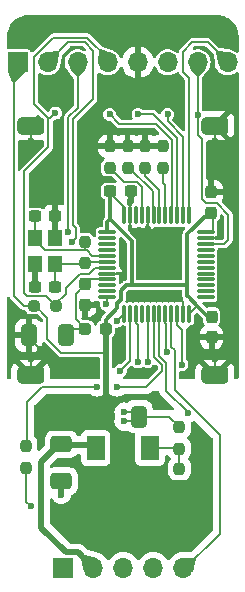
<source format=gbr>
%TF.GenerationSoftware,KiCad,Pcbnew,8.0.7-8.0.7-0~ubuntu22.04.1*%
%TF.CreationDate,2025-01-07T12:13:10+01:00*%
%TF.ProjectId,mcu_board,6d63755f-626f-4617-9264-2e6b69636164,rev?*%
%TF.SameCoordinates,Original*%
%TF.FileFunction,Copper,L1,Top*%
%TF.FilePolarity,Positive*%
%FSLAX46Y46*%
G04 Gerber Fmt 4.6, Leading zero omitted, Abs format (unit mm)*
G04 Created by KiCad (PCBNEW 8.0.7-8.0.7-0~ubuntu22.04.1) date 2025-01-07 12:13:10*
%MOMM*%
%LPD*%
G01*
G04 APERTURE LIST*
G04 Aperture macros list*
%AMRoundRect*
0 Rectangle with rounded corners*
0 $1 Rounding radius*
0 $2 $3 $4 $5 $6 $7 $8 $9 X,Y pos of 4 corners*
0 Add a 4 corners polygon primitive as box body*
4,1,4,$2,$3,$4,$5,$6,$7,$8,$9,$2,$3,0*
0 Add four circle primitives for the rounded corners*
1,1,$1+$1,$2,$3*
1,1,$1+$1,$4,$5*
1,1,$1+$1,$6,$7*
1,1,$1+$1,$8,$9*
0 Add four rect primitives between the rounded corners*
20,1,$1+$1,$2,$3,$4,$5,0*
20,1,$1+$1,$4,$5,$6,$7,0*
20,1,$1+$1,$6,$7,$8,$9,0*
20,1,$1+$1,$8,$9,$2,$3,0*%
G04 Aperture macros list end*
%TA.AperFunction,SMDPad,CuDef*%
%ADD10RoundRect,0.237500X-0.237500X0.250000X-0.237500X-0.250000X0.237500X-0.250000X0.237500X0.250000X0*%
%TD*%
%TA.AperFunction,SMDPad,CuDef*%
%ADD11RoundRect,0.237500X-0.300000X-0.237500X0.300000X-0.237500X0.300000X0.237500X-0.300000X0.237500X0*%
%TD*%
%TA.AperFunction,SMDPad,CuDef*%
%ADD12RoundRect,0.237500X0.237500X-0.250000X0.237500X0.250000X-0.237500X0.250000X-0.237500X-0.250000X0*%
%TD*%
%TA.AperFunction,SMDPad,CuDef*%
%ADD13RoundRect,0.237500X0.237500X-0.300000X0.237500X0.300000X-0.237500X0.300000X-0.237500X-0.300000X0*%
%TD*%
%TA.AperFunction,SMDPad,CuDef*%
%ADD14RoundRect,0.381000X-0.762000X-0.381000X0.762000X-0.381000X0.762000X0.381000X-0.762000X0.381000X0*%
%TD*%
%TA.AperFunction,SMDPad,CuDef*%
%ADD15RoundRect,0.237500X-0.287500X-0.237500X0.287500X-0.237500X0.287500X0.237500X-0.287500X0.237500X0*%
%TD*%
%TA.AperFunction,SMDPad,CuDef*%
%ADD16R,1.500000X2.000000*%
%TD*%
%TA.AperFunction,SMDPad,CuDef*%
%ADD17R,3.800000X2.000000*%
%TD*%
%TA.AperFunction,SMDPad,CuDef*%
%ADD18RoundRect,0.250000X-0.412500X-0.650000X0.412500X-0.650000X0.412500X0.650000X-0.412500X0.650000X0*%
%TD*%
%TA.AperFunction,SMDPad,CuDef*%
%ADD19R,1.200000X1.400000*%
%TD*%
%TA.AperFunction,ComponentPad*%
%ADD20R,1.700000X1.700000*%
%TD*%
%TA.AperFunction,ComponentPad*%
%ADD21O,1.700000X1.700000*%
%TD*%
%TA.AperFunction,SMDPad,CuDef*%
%ADD22RoundRect,0.075000X-0.662500X-0.075000X0.662500X-0.075000X0.662500X0.075000X-0.662500X0.075000X0*%
%TD*%
%TA.AperFunction,SMDPad,CuDef*%
%ADD23RoundRect,0.075000X-0.075000X-0.662500X0.075000X-0.662500X0.075000X0.662500X-0.075000X0.662500X0*%
%TD*%
%TA.AperFunction,SMDPad,CuDef*%
%ADD24RoundRect,0.237500X0.250000X0.237500X-0.250000X0.237500X-0.250000X-0.237500X0.250000X-0.237500X0*%
%TD*%
%TA.AperFunction,SMDPad,CuDef*%
%ADD25RoundRect,0.250000X-0.650000X0.412500X-0.650000X-0.412500X0.650000X-0.412500X0.650000X0.412500X0*%
%TD*%
%TA.AperFunction,SMDPad,CuDef*%
%ADD26RoundRect,0.237500X-0.237500X0.300000X-0.237500X-0.300000X0.237500X-0.300000X0.237500X0.300000X0*%
%TD*%
%TA.AperFunction,SMDPad,CuDef*%
%ADD27RoundRect,0.237500X0.300000X0.237500X-0.300000X0.237500X-0.300000X-0.237500X0.300000X-0.237500X0*%
%TD*%
%TA.AperFunction,ViaPad*%
%ADD28C,0.600000*%
%TD*%
%TA.AperFunction,Conductor*%
%ADD29C,0.200000*%
%TD*%
%TA.AperFunction,Conductor*%
%ADD30C,0.500000*%
%TD*%
%TA.AperFunction,Conductor*%
%ADD31C,0.300000*%
%TD*%
G04 APERTURE END LIST*
D10*
%TO.P,R13,1*%
%TO.N,DISP_BLK*%
X141800000Y-86687500D03*
%TO.P,R13,2*%
%TO.N,Net-(Q1-B)*%
X141800000Y-88512500D03*
%TD*%
D11*
%TO.P,C9,1*%
%TO.N,+3.3V*%
X148937500Y-65100000D03*
%TO.P,C9,2*%
%TO.N,GND*%
X150662500Y-65100000D03*
%TD*%
D12*
%TO.P,R9,1*%
%TO.N,Net-(U2-PB8_SCL1_PWM)*%
X148900000Y-63125000D03*
%TO.P,R9,2*%
%TO.N,GND*%
X148900000Y-61300000D03*
%TD*%
%TO.P,R6,1*%
%TO.N,Net-(U2-PB5_MOSI1)*%
X153400000Y-63125000D03*
%TO.P,R6,2*%
%TO.N,GND*%
X153400000Y-61300000D03*
%TD*%
D13*
%TO.P,C10,1*%
%TO.N,+3.3V*%
X157500000Y-66940625D03*
%TO.P,C10,2*%
%TO.N,GND*%
X157500000Y-65215625D03*
%TD*%
D14*
%TO.P,J2,1,Pin_1*%
%TO.N,GND*%
X142200000Y-59550000D03*
X157800000Y-59550001D03*
X157800000Y-80649999D03*
X142200000Y-80650000D03*
%TD*%
D12*
%TO.P,R8,1*%
%TO.N,Net-(U2-PB7_RX1_SDA1_PWM)*%
X150400000Y-63125000D03*
%TO.P,R8,2*%
%TO.N,GND*%
X150400000Y-61300000D03*
%TD*%
D15*
%TO.P,FB1,1*%
%TO.N,Net-(U2-3V3A)*%
X146825000Y-76778125D03*
%TO.P,FB1,2*%
%TO.N,+3.3V*%
X148575000Y-76778125D03*
%TD*%
D16*
%TO.P,U3,1,GND*%
%TO.N,Net-(U3-GND)*%
X152300000Y-86850000D03*
%TO.P,U3,2,VO*%
%TO.N,+3.3V*%
X150000000Y-86850000D03*
D17*
X150000000Y-93150000D03*
D16*
%TO.P,U3,3,VI*%
%TO.N,Net-(J1-Pin_2)*%
X147700000Y-86850000D03*
%TD*%
D18*
%TO.P,C1,1*%
%TO.N,GND*%
X142037500Y-77300000D03*
%TO.P,C1,2*%
%TO.N,Net-(U2-3V3A)*%
X145162500Y-77300000D03*
%TD*%
D11*
%TO.P,C8,1*%
%TO.N,GND*%
X142556250Y-73221875D03*
%TO.P,C8,2*%
%TO.N,Net-(U2-OSC_8M_B)*%
X144281250Y-73221875D03*
%TD*%
D12*
%TO.P,R7,1*%
%TO.N,Net-(U2-PB6_TX1_SCL1_PWM)*%
X151900000Y-63125000D03*
%TO.P,R7,2*%
%TO.N,GND*%
X151900000Y-61300000D03*
%TD*%
D19*
%TO.P,Y1,1,1*%
%TO.N,Net-(U2-OSC_8M_B)*%
X144268750Y-71312500D03*
%TO.P,Y1,2,2*%
%TO.N,GND*%
X144268750Y-69112500D03*
%TO.P,Y1,3,3*%
%TO.N,Net-(U2-OSC_8M_A)*%
X142568750Y-69112500D03*
%TO.P,Y1,4,4*%
%TO.N,GND*%
X142568750Y-71312500D03*
%TD*%
D20*
%TO.P,J7,1,Pin_1*%
%TO.N,+3.3V*%
X141100000Y-54200000D03*
D21*
%TO.P,J7,2,Pin_2*%
%TO.N,TX2*%
X143640000Y-54200000D03*
%TO.P,J7,3,Pin_3*%
%TO.N,RX2*%
X146180000Y-54200000D03*
%TO.P,J7,4,Pin_4*%
%TO.N,~{RESET}*%
X148720000Y-54200000D03*
%TO.P,J7,5,Pin_5*%
%TO.N,GND*%
X151260000Y-54200000D03*
%TO.P,J7,6,Pin_6*%
%TO.N,unconnected-(J7-Pin_6-Pad6)*%
X153800000Y-54200000D03*
%TO.P,J7,7,Pin_7*%
%TO.N,SWDIO*%
X156340000Y-54200000D03*
%TO.P,J7,8,Pin_8*%
%TO.N,SWCLK*%
X158880000Y-54200000D03*
%TD*%
D12*
%TO.P,R11,1*%
%TO.N,Net-(U2-OSC_8M_B)*%
X146800000Y-71212500D03*
%TO.P,R11,2*%
%TO.N,Net-(U2-OSC_8M_A)*%
X146800000Y-69387500D03*
%TD*%
D22*
%TO.P,U2,1,VBAT*%
%TO.N,+3.3V*%
X148693750Y-68578125D03*
%TO.P,U2,2,PC13*%
%TO.N,unconnected-(U2-PC13-Pad2)*%
X148693750Y-69078125D03*
%TO.P,U2,3,OSC32K_A*%
%TO.N,unconnected-(U2-OSC32K_A-Pad3)*%
X148693750Y-69578125D03*
%TO.P,U2,4,OSC32K_B*%
%TO.N,unconnected-(U2-OSC32K_B-Pad4)*%
X148693750Y-70078125D03*
%TO.P,U2,5,OSC_8M_A*%
%TO.N,Net-(U2-OSC_8M_A)*%
X148693750Y-70578125D03*
%TO.P,U2,6,OSC_8M_B*%
%TO.N,Net-(U2-OSC_8M_B)*%
X148693750Y-71078125D03*
%TO.P,U2,7,~{RST}*%
%TO.N,~{RESET}*%
X148693750Y-71578125D03*
%TO.P,U2,8,GNDA*%
%TO.N,GND*%
X148693750Y-72078125D03*
%TO.P,U2,9,3V3A*%
%TO.N,Net-(U2-3V3A)*%
X148693750Y-72578125D03*
%TO.P,U2,10,PA0_ADC0_PWM*%
%TO.N,unconnected-(U2-PA0_ADC0_PWM-Pad10)*%
X148693750Y-73078125D03*
%TO.P,U2,11,PA1_ADC1_PWM*%
%TO.N,unconnected-(U2-PA1_ADC1_PWM-Pad11)*%
X148693750Y-73578125D03*
%TO.P,U2,12,PA2_ADC2_TX2_PWM*%
%TO.N,TX2*%
X148693750Y-74078125D03*
D23*
%TO.P,U2,13,PA3_ADC3_RX2_PWM*%
%TO.N,RX2*%
X150106250Y-75490625D03*
%TO.P,U2,14,PA4_ADC4_SS1*%
%TO.N,DISP_CS*%
X150606250Y-75490625D03*
%TO.P,U2,15,PA5_ADC5_SCK1*%
%TO.N,DISP_SCL*%
X151106250Y-75490625D03*
%TO.P,U2,16,PA6_ADC6_MISO1_PWM*%
%TO.N,unconnected-(U2-PA6_ADC6_MISO1_PWM-Pad16)*%
X151606250Y-75490625D03*
%TO.P,U2,17,PA7_ADC7_MOSI1_PWM*%
%TO.N,DISP_SDA*%
X152106250Y-75490625D03*
%TO.P,U2,18,PB0_ADC8_PWM*%
%TO.N,DISP_BLK*%
X152606250Y-75490625D03*
%TO.P,U2,19,PB1_ADC9_PWM*%
%TO.N,AGC_INV*%
X153106250Y-75490625D03*
%TO.P,U2,20,PB2*%
%TO.N,DISP_RST*%
X153606250Y-75490625D03*
%TO.P,U2,21,PB10_SCL2_TX3*%
%TO.N,EN*%
X154106250Y-75490625D03*
%TO.P,U2,22,PB11_SDA2_RX3*%
%TO.N,DISP_DC*%
X154606250Y-75490625D03*
%TO.P,U2,23,GND*%
%TO.N,GND*%
X155106250Y-75490625D03*
%TO.P,U2,24,3V3*%
%TO.N,+3.3V*%
X155606250Y-75490625D03*
D22*
%TO.P,U2,25,PB12_SS2*%
%TO.N,unconnected-(U2-PB12_SS2-Pad25)*%
X157018750Y-74078125D03*
%TO.P,U2,26,PB13_SCK2*%
%TO.N,unconnected-(U2-PB13_SCK2-Pad26)*%
X157018750Y-73578125D03*
%TO.P,U2,27,PB14_MISO2*%
%TO.N,unconnected-(U2-PB14_MISO2-Pad27)*%
X157018750Y-73078125D03*
%TO.P,U2,28,PB15_MOSI2*%
%TO.N,unconnected-(U2-PB15_MOSI2-Pad28)*%
X157018750Y-72578125D03*
%TO.P,U2,29,PA8_PWM*%
%TO.N,unconnected-(U2-PA8_PWM-Pad29)*%
X157018750Y-72078125D03*
%TO.P,U2,30,PA9_TX1_PWM*%
%TO.N,unconnected-(U2-PA9_TX1_PWM-Pad30)*%
X157018750Y-71578125D03*
%TO.P,U2,31,PA10_RX1_PWM*%
%TO.N,unconnected-(U2-PA10_RX1_PWM-Pad31)*%
X157018750Y-71078125D03*
%TO.P,U2,32,PA11_USB-*%
%TO.N,unconnected-(U2-PA11_USB--Pad32)*%
X157018750Y-70578125D03*
%TO.P,U2,33,PA12_USB+*%
%TO.N,unconnected-(U2-PA12_USB+-Pad33)*%
X157018750Y-70078125D03*
%TO.P,U2,34,PA13_SWDIO*%
%TO.N,SWDIO*%
X157018750Y-69578125D03*
%TO.P,U2,35,GND*%
%TO.N,GND*%
X157018750Y-69078125D03*
%TO.P,U2,36,3V3*%
%TO.N,+3.3V*%
X157018750Y-68578125D03*
D23*
%TO.P,U2,37,PA14_SWCLK*%
%TO.N,SWCLK*%
X155606250Y-67165625D03*
%TO.P,U2,38,PA15*%
%TO.N,JTDI*%
X155106250Y-67165625D03*
%TO.P,U2,39,PB3_SCK1*%
%TO.N,JTDO*%
X154606250Y-67165625D03*
%TO.P,U2,40,PB4_MISO1*%
%TO.N,JNTRST*%
X154106250Y-67165625D03*
%TO.P,U2,41,PB5_MOSI1*%
%TO.N,Net-(U2-PB5_MOSI1)*%
X153606250Y-67165625D03*
%TO.P,U2,42,PB6_TX1_SCL1_PWM*%
%TO.N,Net-(U2-PB6_TX1_SCL1_PWM)*%
X153106250Y-67165625D03*
%TO.P,U2,43,PB7_RX1_SDA1_PWM*%
%TO.N,Net-(U2-PB7_RX1_SDA1_PWM)*%
X152606250Y-67165625D03*
%TO.P,U2,44,BOOT0*%
%TO.N,GND*%
X152106250Y-67165625D03*
%TO.P,U2,45,PB8_SCL1_PWM*%
%TO.N,Net-(U2-PB8_SCL1_PWM)*%
X151606250Y-67165625D03*
%TO.P,U2,46,PB9_SDA1_PWM*%
%TO.N,unconnected-(U2-PB9_SDA1_PWM-Pad46)*%
X151106250Y-67165625D03*
%TO.P,U2,47,GND*%
%TO.N,GND*%
X150606250Y-67165625D03*
%TO.P,U2,48,3V3*%
%TO.N,+3.3V*%
X150106250Y-67165625D03*
%TD*%
D24*
%TO.P,R4,1*%
%TO.N,~{RESET}*%
X144312500Y-74800000D03*
%TO.P,R4,2*%
%TO.N,+3.3V*%
X142487500Y-74800000D03*
%TD*%
D25*
%TO.P,C5,1*%
%TO.N,Net-(J1-Pin_2)*%
X144800000Y-86537500D03*
%TO.P,C5,2*%
%TO.N,GND*%
X144800000Y-89662500D03*
%TD*%
D26*
%TO.P,C11,1*%
%TO.N,+3.3V*%
X157518750Y-75737500D03*
%TO.P,C11,2*%
%TO.N,GND*%
X157518750Y-77462500D03*
%TD*%
D13*
%TO.P,C3,1*%
%TO.N,GND*%
X146800000Y-74725000D03*
%TO.P,C3,2*%
%TO.N,Net-(U2-3V3A)*%
X146800000Y-73000000D03*
%TD*%
D12*
%TO.P,R5,1*%
%TO.N,+3.3V*%
X154800000Y-90425000D03*
%TO.P,R5,2*%
%TO.N,Net-(U3-GND)*%
X154800000Y-88600000D03*
%TD*%
%TO.P,R10,1*%
%TO.N,Net-(U3-GND)*%
X154800000Y-86912500D03*
%TO.P,R10,2*%
%TO.N,GND*%
X154800000Y-85087500D03*
%TD*%
D27*
%TO.P,C7,1*%
%TO.N,GND*%
X144281250Y-67221875D03*
%TO.P,C7,2*%
%TO.N,Net-(U2-OSC_8M_A)*%
X142556250Y-67221875D03*
%TD*%
D18*
%TO.P,C6,1*%
%TO.N,+3.3V*%
X148237500Y-84200000D03*
%TO.P,C6,2*%
%TO.N,GND*%
X151362500Y-84200000D03*
%TD*%
D20*
%TO.P,J1,1,Pin_1*%
%TO.N,unconnected-(J1-Pin_1-Pad1)*%
X144960000Y-97000000D03*
D21*
%TO.P,J1,2,Pin_2*%
%TO.N,Net-(J1-Pin_2)*%
X147500000Y-97000000D03*
%TO.P,J1,3,Pin_3*%
%TO.N,GND*%
X150040000Y-97000000D03*
%TO.P,J1,4,Pin_4*%
%TO.N,/AGC*%
X152580000Y-97000000D03*
%TO.P,J1,5,Pin_5*%
%TO.N,EN*%
X155120000Y-97000000D03*
%TD*%
D28*
%TO.N,GND*%
X147800000Y-74700000D03*
X142200000Y-60900000D03*
X157800000Y-60900000D03*
X156600000Y-77450000D03*
X154500000Y-51900000D03*
X150100000Y-84600000D03*
X142100000Y-75800000D03*
X149950000Y-72350000D03*
X157800000Y-79300000D03*
X144800000Y-90800000D03*
X147250000Y-64000000D03*
X142900000Y-51800000D03*
X144268750Y-68053125D03*
X148900000Y-60400000D03*
X142200000Y-79300000D03*
X154848042Y-74195248D03*
X142556250Y-72400000D03*
X143000000Y-78500000D03*
X152100000Y-68300000D03*
X153500000Y-71000000D03*
X158250000Y-68850000D03*
X150606250Y-66000000D03*
X151900000Y-60400000D03*
X157500000Y-64100000D03*
X150100000Y-83800000D03*
X152700000Y-80100000D03*
X146400000Y-67300000D03*
X158500000Y-70500000D03*
X149500000Y-78750000D03*
%TO.N,+3.3V*%
X152400000Y-91900000D03*
X148500000Y-90600000D03*
%TO.N,AGC_INV*%
X155500000Y-83900000D03*
%TO.N,TX2*%
X148600003Y-74700000D03*
X145700000Y-69400000D03*
%TO.N,JTDI*%
X153800000Y-58600000D03*
%TO.N,~{RESET}*%
X144300000Y-58500000D03*
%TO.N,RX2*%
X145400000Y-68600000D03*
X149500000Y-76100000D03*
%TO.N,SWDIO*%
X156334556Y-58630516D03*
%TO.N,DISP_SCL*%
X151281612Y-79568301D03*
%TO.N,DISP_RST*%
X153706250Y-78743505D03*
%TO.N,DISP_CS*%
X149800000Y-80300000D03*
%TO.N,DISP_SDA*%
X152135696Y-79529983D03*
%TO.N,DISP_DC*%
X155000000Y-79805099D03*
%TO.N,Net-(Q1-B)*%
X142200000Y-91800000D03*
%TO.N,JTDO*%
X151300000Y-58600000D03*
%TO.N,JNTRST*%
X148900000Y-58600000D03*
%TO.N,DISP_BLK*%
X149500000Y-81700000D03*
X147800000Y-81700000D03*
%TD*%
D29*
%TO.N,GND*%
X151900000Y-61300000D02*
X151900000Y-60400000D01*
X147800000Y-74700000D02*
X147775000Y-74725000D01*
X157500000Y-64100000D02*
X157500000Y-65215625D01*
X142556250Y-72400000D02*
X142556250Y-73221875D01*
X157518750Y-77462500D02*
X156612500Y-77462500D01*
X153900000Y-84200000D02*
X154900000Y-85200000D01*
X150487500Y-65881250D02*
X150487500Y-65234375D01*
X150100000Y-84600000D02*
X151000000Y-84600000D01*
X157800000Y-80649999D02*
X157800000Y-79300000D01*
D30*
X144800000Y-89662500D02*
X144800000Y-90800000D01*
D29*
X150606250Y-68193750D02*
X150712500Y-68300000D01*
X142200000Y-59550000D02*
X142200000Y-60900000D01*
X151900000Y-61300000D02*
X153400000Y-61300000D01*
X155106250Y-74453456D02*
X155106250Y-75490625D01*
X157800000Y-59550001D02*
X157800000Y-60900000D01*
X152106250Y-67165625D02*
X152106250Y-68293750D01*
X158021875Y-69078125D02*
X158250000Y-68850000D01*
X144268750Y-68053125D02*
X144268750Y-69112500D01*
X150606250Y-66000000D02*
X150487500Y-65881250D01*
X150100000Y-83800000D02*
X151000000Y-83800000D01*
D30*
X151362500Y-84200000D02*
X151300000Y-84137500D01*
D29*
X142556250Y-72400000D02*
X142556250Y-71325000D01*
X142618750Y-71734375D02*
X142618750Y-71634375D01*
X149678125Y-72078125D02*
X149950000Y-72350000D01*
X147775000Y-74725000D02*
X146800000Y-74725000D01*
X151362500Y-84200000D02*
X153900000Y-84200000D01*
X142556250Y-71325000D02*
X142568750Y-71312500D01*
X150606250Y-67165625D02*
X150606250Y-65234375D01*
X142100000Y-75800000D02*
X142287500Y-75800000D01*
X150712500Y-68300000D02*
X152100000Y-68300000D01*
X142100000Y-77600000D02*
X142100000Y-75800000D01*
X152106250Y-68293750D02*
X152100000Y-68300000D01*
X142200000Y-80650000D02*
X142200000Y-79300000D01*
X148900000Y-61300000D02*
X148900000Y-60400000D01*
X154848042Y-74195248D02*
X155106250Y-74453456D01*
X156612500Y-77462500D02*
X156600000Y-77450000D01*
X144268750Y-68053125D02*
X144268750Y-67234375D01*
X157018750Y-69078125D02*
X158021875Y-69078125D01*
X143000000Y-78500000D02*
X142100000Y-77600000D01*
X150400000Y-61300000D02*
X148900000Y-61300000D01*
X148693750Y-72078125D02*
X149678125Y-72078125D01*
X144268750Y-67234375D02*
X144281250Y-67221875D01*
X150606250Y-67165625D02*
X150606250Y-68193750D01*
D31*
%TO.N,+3.3V*%
X149831250Y-73518750D02*
X150300000Y-73050000D01*
D30*
X148537500Y-84937500D02*
X149900000Y-86300000D01*
D31*
X155600000Y-74100000D02*
X155450000Y-73950000D01*
D29*
X143600000Y-77600000D02*
X144800000Y-78800000D01*
D31*
X155450000Y-72900000D02*
X155450000Y-68750000D01*
D29*
X155606250Y-75490625D02*
X156296875Y-74800000D01*
D31*
X148575000Y-75975000D02*
X149534370Y-75015630D01*
X149534370Y-75015630D02*
X149534370Y-74578125D01*
X148937500Y-65178125D02*
X148937500Y-67487500D01*
X148700000Y-67700000D02*
X148700000Y-68500000D01*
D29*
X140757000Y-73957000D02*
X141600000Y-74800000D01*
D31*
X155300000Y-73050000D02*
X155450000Y-72900000D01*
X149534370Y-74578125D02*
X149831250Y-74281245D01*
D29*
X140757000Y-54543000D02*
X140757000Y-73957000D01*
D31*
X157237500Y-75737500D02*
X156300000Y-74800000D01*
X155450000Y-73950000D02*
X155450000Y-72900000D01*
X150750000Y-69300000D02*
X150750000Y-72850000D01*
D29*
X141600000Y-74800000D02*
X142400000Y-74800000D01*
D30*
X148575000Y-78800000D02*
X148575000Y-76778125D01*
D31*
X157259375Y-66940625D02*
X157500000Y-66940625D01*
X148575000Y-76778125D02*
X148575000Y-75975000D01*
D29*
X148937500Y-65237500D02*
X148937500Y-65178125D01*
D31*
X148700000Y-84625000D02*
X148575000Y-84500000D01*
X148937500Y-67487500D02*
X150750000Y-69300000D01*
D29*
X157040625Y-68600000D02*
X157600000Y-68600000D01*
D31*
X157518750Y-75737500D02*
X157237500Y-75737500D01*
X150300000Y-73050000D02*
X150550000Y-73050000D01*
X155450000Y-68750000D02*
X157259375Y-66940625D01*
D29*
X142487500Y-74700000D02*
X143600000Y-75812500D01*
D30*
X149900000Y-86300000D02*
X150000000Y-86300000D01*
D29*
X156296875Y-74800000D02*
X156300000Y-74800000D01*
D31*
X156300000Y-74800000D02*
X155600000Y-74100000D01*
X149831250Y-74281245D02*
X149831250Y-73518750D01*
X148912500Y-67487500D02*
X148700000Y-67700000D01*
D30*
X148575000Y-84500000D02*
X148575000Y-78800000D01*
D31*
X148937500Y-67487500D02*
X148912500Y-67487500D01*
D29*
X157018750Y-68578125D02*
X157040625Y-68600000D01*
X150106250Y-67165625D02*
X150106250Y-66406250D01*
X141100000Y-54200000D02*
X140757000Y-54543000D01*
D30*
X148537500Y-84200000D02*
X148537500Y-84937500D01*
D31*
X150550000Y-73050000D02*
X155300000Y-73050000D01*
D29*
X144800000Y-78800000D02*
X148575000Y-78800000D01*
X150106250Y-66406250D02*
X148937500Y-65237500D01*
X143600000Y-75812500D02*
X143600000Y-77600000D01*
X157600000Y-68600000D02*
X157600000Y-67100000D01*
%TO.N,Net-(U2-3V3A)*%
X146825000Y-76778125D02*
X146000000Y-75953125D01*
X146000000Y-75953125D02*
X146000000Y-73800000D01*
X146825000Y-76778125D02*
X145421875Y-76778125D01*
X145421875Y-76778125D02*
X145200000Y-77000000D01*
X148693750Y-72578125D02*
X147221875Y-72578125D01*
X147221875Y-72578125D02*
X146800000Y-73000000D01*
X146000000Y-73800000D02*
X146800000Y-73000000D01*
%TO.N,AGC_INV*%
X155500000Y-83900000D02*
X155500000Y-83800000D01*
X155500000Y-83800000D02*
X153700000Y-82000000D01*
X153700000Y-79685785D02*
X153106250Y-79092035D01*
X153106250Y-79092035D02*
X153106250Y-75490625D01*
X153700000Y-82000000D02*
X153700000Y-79685785D01*
%TO.N,Net-(U2-OSC_8M_A)*%
X142568750Y-69112500D02*
X142568750Y-67234375D01*
X148693750Y-70578125D02*
X147419847Y-70578125D01*
X143378125Y-70121875D02*
X142568750Y-69312500D01*
X147419847Y-70578125D02*
X146941722Y-70100000D01*
X145221875Y-70100000D02*
X145200000Y-70121875D01*
X146800000Y-69387500D02*
X146800000Y-70100000D01*
X146800000Y-70100000D02*
X145221875Y-70100000D01*
X146941722Y-70100000D02*
X146800000Y-70100000D01*
X142568750Y-69312500D02*
X142568750Y-69112500D01*
X145200000Y-70121875D02*
X143378125Y-70121875D01*
X142568750Y-67234375D02*
X142556250Y-67221875D01*
%TO.N,Net-(U2-OSC_8M_B)*%
X144281250Y-71325000D02*
X144268750Y-71312500D01*
X146934375Y-71078125D02*
X146800000Y-71212500D01*
X146309375Y-71312500D02*
X144268750Y-71312500D01*
X148693750Y-71078125D02*
X146934375Y-71078125D01*
X144281250Y-73221875D02*
X144281250Y-71325000D01*
%TO.N,TX2*%
X147500000Y-53200000D02*
X146800000Y-52500000D01*
X145800000Y-59000000D02*
X147500000Y-57300000D01*
X146000000Y-68200000D02*
X145800000Y-68000000D01*
X145700000Y-69400000D02*
X146000000Y-69100000D01*
X145400000Y-52500000D02*
X143600000Y-54300000D01*
X145800000Y-68000000D02*
X145800000Y-59000000D01*
X146000000Y-69100000D02*
X146000000Y-68200000D01*
X147500000Y-57300000D02*
X147500000Y-53200000D01*
X148693750Y-74606250D02*
X148600003Y-74699997D01*
X146800000Y-52500000D02*
X145400000Y-52500000D01*
X148693750Y-74078125D02*
X148693750Y-74606250D01*
X148600003Y-74699997D02*
X148600003Y-74700000D01*
%TO.N,JTDI*%
X155106250Y-60506250D02*
X153800000Y-59200000D01*
X155106250Y-60506250D02*
X155106250Y-67165625D01*
X153800000Y-59200000D02*
X153800000Y-58600000D01*
%TO.N,~{RESET}*%
X142490000Y-53723654D02*
X144113654Y-52100000D01*
X147688597Y-71578125D02*
X147166722Y-72100000D01*
X148800000Y-53900000D02*
X148800000Y-54300000D01*
X141925000Y-74025000D02*
X141668750Y-73768750D01*
X145200000Y-73295778D02*
X145200000Y-73800000D01*
X147000000Y-52100000D02*
X148800000Y-53900000D01*
X142490000Y-57733920D02*
X142490000Y-53723654D01*
X143856080Y-58943920D02*
X143700000Y-58943920D01*
X148693750Y-71578125D02*
X147688597Y-71578125D01*
X147166722Y-72100000D02*
X146395778Y-72100000D01*
X141668750Y-73768750D02*
X141668750Y-63431250D01*
X145200000Y-73800000D02*
X144300000Y-74700000D01*
X143700000Y-61400000D02*
X141668750Y-63431250D01*
X146395778Y-72100000D02*
X145200000Y-73295778D01*
X144300000Y-58500000D02*
X143856080Y-58943920D01*
X143537500Y-74025000D02*
X141925000Y-74025000D01*
X143700000Y-58943920D02*
X142490000Y-57733920D01*
X144113654Y-52100000D02*
X147000000Y-52100000D01*
X143700000Y-58943920D02*
X143700000Y-61400000D01*
X144312500Y-74800000D02*
X143537500Y-74025000D01*
%TO.N,RX2*%
X146200000Y-58034314D02*
X146200000Y-54400000D01*
X145400000Y-58834314D02*
X146200000Y-58034314D01*
X149500000Y-76100000D02*
X150106250Y-75493750D01*
X145400000Y-68600000D02*
X145400000Y-58834314D01*
X150106250Y-75493750D02*
X150106250Y-75490625D01*
%TO.N,SWCLK*%
X155900000Y-52500000D02*
X157200000Y-52500000D01*
X155100000Y-55000000D02*
X155100000Y-53300000D01*
X155606250Y-67165625D02*
X155606250Y-55506250D01*
X155606250Y-55506250D02*
X155100000Y-55000000D01*
X155100000Y-53300000D02*
X155900000Y-52500000D01*
X157200000Y-52500000D02*
X158900000Y-54200000D01*
%TO.N,SWDIO*%
X156725000Y-60725000D02*
X156357000Y-60357000D01*
X156357000Y-54743000D02*
X156400000Y-54700000D01*
X157018750Y-69578125D02*
X158571875Y-69578125D01*
X156725000Y-65744847D02*
X156725000Y-60725000D01*
X158950000Y-69200000D02*
X158950000Y-67086403D01*
X157966722Y-66103125D02*
X157083278Y-66103125D01*
X156357000Y-60357000D02*
X156357000Y-54743000D01*
X156375000Y-53925000D02*
X156325000Y-53925000D01*
X157083278Y-66103125D02*
X156725000Y-65744847D01*
X158571875Y-69578125D02*
X158950000Y-69200000D01*
X158950000Y-67086403D02*
X157966722Y-66103125D01*
%TO.N,DISP_SCL*%
X151300000Y-76454285D02*
X151106250Y-76260535D01*
X151300000Y-79549913D02*
X151300000Y-76454285D01*
X151106250Y-76260535D02*
X151106250Y-75490625D01*
X151281612Y-79568301D02*
X151300000Y-79549913D01*
%TO.N,DISP_RST*%
X153700000Y-76354285D02*
X153606250Y-76260535D01*
X153700000Y-78737255D02*
X153700000Y-76354285D01*
X153706250Y-78743505D02*
X153700000Y-78737255D01*
X153606250Y-76260535D02*
X153606250Y-75490625D01*
%TO.N,DISP_CS*%
X149800000Y-80300000D02*
X150606250Y-79493750D01*
X150606250Y-79493750D02*
X150606250Y-75490625D01*
%TO.N,DISP_SDA*%
X152106250Y-79500537D02*
X152106250Y-75490625D01*
X152135696Y-79529983D02*
X152106250Y-79500537D01*
%TO.N,DISP_DC*%
X155000000Y-76853185D02*
X154606250Y-76459435D01*
X154606250Y-76459435D02*
X154606250Y-75490625D01*
X155000000Y-79805099D02*
X155000000Y-76853185D01*
%TO.N,Net-(Q1-B)*%
X141887500Y-88512500D02*
X141800000Y-88600000D01*
X141800000Y-91400000D02*
X142200000Y-91800000D01*
X141800000Y-88600000D02*
X141800000Y-91400000D01*
D30*
%TO.N,Net-(J1-Pin_2)*%
X145200000Y-95700000D02*
X143100000Y-93600000D01*
X146200000Y-95700000D02*
X145200000Y-95700000D01*
X147475000Y-87075000D02*
X147700000Y-86850000D01*
X147500000Y-97000000D02*
X146200000Y-95700000D01*
X144500000Y-86600000D02*
X147700000Y-86600000D01*
X147600000Y-96800000D02*
X147475000Y-96675000D01*
X143100000Y-93600000D02*
X143100000Y-88000000D01*
X143100000Y-88000000D02*
X144500000Y-86600000D01*
D29*
%TO.N,EN*%
X158200000Y-94100000D02*
X155200000Y-97100000D01*
X154400000Y-81951471D02*
X158200000Y-85751471D01*
X154106250Y-78294976D02*
X154400000Y-78588726D01*
X154106250Y-75490625D02*
X154106250Y-78294976D01*
X154400000Y-78588726D02*
X154400000Y-81951471D01*
X158200000Y-85751471D02*
X158200000Y-94100000D01*
%TO.N,Net-(U3-GND)*%
X154800000Y-86900000D02*
X154800000Y-88800000D01*
X152300000Y-86850000D02*
X154750000Y-86850000D01*
X154750000Y-86850000D02*
X154800000Y-86900000D01*
%TO.N,JTDO*%
X154606250Y-60640564D02*
X152565686Y-58600000D01*
X152565686Y-58600000D02*
X151300000Y-58600000D01*
X154606250Y-67165625D02*
X154606250Y-60640564D01*
%TO.N,JNTRST*%
X149700000Y-59400000D02*
X152800000Y-59400000D01*
X154106250Y-66395715D02*
X154106250Y-67165625D01*
X152800000Y-59400000D02*
X154175000Y-60775000D01*
X154175000Y-60775000D02*
X154175000Y-66326965D01*
X154175000Y-66326965D02*
X154106250Y-66395715D01*
X148900000Y-58600000D02*
X149700000Y-59400000D01*
%TO.N,Net-(U2-PB7_RX1_SDA1_PWM)*%
X150557407Y-63125000D02*
X152556250Y-65123843D01*
X150400000Y-63125000D02*
X150557407Y-63125000D01*
X152556250Y-65123843D02*
X152556250Y-67200000D01*
%TO.N,DISP_BLK*%
X152606250Y-75490625D02*
X152606250Y-79157721D01*
X143200000Y-81700000D02*
X141900000Y-83000000D01*
X147800000Y-81700000D02*
X143200000Y-81700000D01*
X141900000Y-83000000D02*
X141900000Y-86800000D01*
X153300000Y-79851471D02*
X153300000Y-80348529D01*
X151948529Y-81700000D02*
X149400000Y-81700000D01*
X152606250Y-79157721D02*
X153300000Y-79851471D01*
X153300000Y-80348529D02*
X151948529Y-81700000D01*
%TO.N,Net-(U2-PB8_SCL1_PWM)*%
X148900000Y-63125000D02*
X150100000Y-64325000D01*
X151600000Y-64733278D02*
X151600000Y-67100000D01*
X151191722Y-64325000D02*
X151600000Y-64733278D01*
X148800000Y-63133278D02*
X148800000Y-63100000D01*
X150100000Y-64325000D02*
X151191722Y-64325000D01*
%TO.N,Net-(U2-PB5_MOSI1)*%
X153400000Y-64400000D02*
X153600000Y-64600000D01*
X153600000Y-64600000D02*
X153600000Y-67200000D01*
X153406250Y-63206250D02*
X153400000Y-63200000D01*
X153400000Y-63125000D02*
X153400000Y-64400000D01*
%TO.N,Net-(U2-PB6_TX1_SCL1_PWM)*%
X153100000Y-65000000D02*
X153100000Y-67543750D01*
X151900000Y-63800000D02*
X153100000Y-65000000D01*
X151900000Y-63125000D02*
X151900000Y-63800000D01*
X153100000Y-67543750D02*
X153156250Y-67600000D01*
%TD*%
%TA.AperFunction,Conductor*%
%TO.N,TX2*%
G36*
X144497935Y-53266831D02*
G01*
X144498808Y-53267620D01*
X144631958Y-53400770D01*
X144635385Y-53409043D01*
X144635192Y-53411161D01*
X144491762Y-54190426D01*
X144486894Y-54197942D01*
X144480265Y-54200008D01*
X143651012Y-54200697D01*
X143642736Y-54197277D01*
X143639302Y-54189008D01*
X143639991Y-53360568D01*
X143643425Y-53352299D01*
X143650515Y-53348938D01*
X144489361Y-53264252D01*
X144497935Y-53266831D01*
G37*
%TD.AperFunction*%
%TD*%
%TA.AperFunction,Conductor*%
%TO.N,EN*%
G36*
X156026319Y-96139003D02*
G01*
X156026452Y-96139134D01*
X156159700Y-96272382D01*
X156163127Y-96280655D01*
X156162785Y-96283462D01*
X155908559Y-97312086D01*
X155903247Y-97319295D01*
X155894394Y-97320637D01*
X155892735Y-97320093D01*
X155126533Y-97003696D01*
X155120194Y-96997371D01*
X155119299Y-96992874D01*
X155119990Y-96161503D01*
X155123424Y-96153235D01*
X155131501Y-96149816D01*
X156017995Y-96135708D01*
X156026319Y-96139003D01*
G37*
%TD.AperFunction*%
%TD*%
%TA.AperFunction,Conductor*%
%TO.N,~{RESET}*%
G36*
X148123951Y-53078081D02*
G01*
X149033827Y-53410517D01*
X149040422Y-53416574D01*
X149040801Y-53425521D01*
X149040626Y-53425972D01*
X148723696Y-54193466D01*
X148717371Y-54199805D01*
X148712872Y-54200700D01*
X147883011Y-54200010D01*
X147874741Y-54196576D01*
X147871321Y-54188300D01*
X147871387Y-54187077D01*
X147975080Y-53221045D01*
X147978439Y-53214024D01*
X148111666Y-53080797D01*
X148119938Y-53077371D01*
X148123951Y-53078081D01*
G37*
%TD.AperFunction*%
%TD*%
%TA.AperFunction,Conductor*%
%TO.N,GND*%
G36*
X140405703Y-74063175D02*
G01*
X140431887Y-74094888D01*
X140476527Y-74172208D01*
X140476529Y-74172211D01*
X140476530Y-74172212D01*
X141384788Y-75080470D01*
X141384790Y-75080471D01*
X141384794Y-75080474D01*
X141428122Y-75105489D01*
X141428124Y-75105490D01*
X141428128Y-75105492D01*
X141464712Y-75126614D01*
X141553856Y-75150500D01*
X141672713Y-75150500D01*
X141739752Y-75170185D01*
X141785507Y-75222989D01*
X141788895Y-75231168D01*
X141804785Y-75273773D01*
X141804787Y-75273777D01*
X141804788Y-75273778D01*
X141888884Y-75386116D01*
X142001222Y-75470212D01*
X142093594Y-75504665D01*
X142132700Y-75519251D01*
X142190809Y-75525499D01*
X142190826Y-75525500D01*
X142765956Y-75525500D01*
X142832995Y-75545185D01*
X142853637Y-75561819D01*
X143213181Y-75921363D01*
X143246666Y-75982686D01*
X143249500Y-76009044D01*
X143249500Y-76089477D01*
X143229815Y-76156516D01*
X143177011Y-76202271D01*
X143107853Y-76212215D01*
X143044297Y-76183190D01*
X143037819Y-76177158D01*
X142918345Y-76057684D01*
X142769124Y-75965643D01*
X142769119Y-75965641D01*
X142602697Y-75910494D01*
X142602690Y-75910493D01*
X142499986Y-75900000D01*
X142287500Y-75900000D01*
X142287500Y-78699999D01*
X142499972Y-78699999D01*
X142499986Y-78699998D01*
X142602697Y-78689505D01*
X142769119Y-78634358D01*
X142769124Y-78634356D01*
X142918345Y-78542315D01*
X143042315Y-78418345D01*
X143134356Y-78269124D01*
X143134358Y-78269119D01*
X143189505Y-78102697D01*
X143189506Y-78102690D01*
X143199999Y-77999986D01*
X143199999Y-77995058D01*
X143219675Y-77928016D01*
X143272474Y-77882255D01*
X143341631Y-77872303D01*
X143405190Y-77901320D01*
X143411680Y-77907362D01*
X143993999Y-78489680D01*
X144519531Y-79015212D01*
X144584788Y-79080469D01*
X144584791Y-79080470D01*
X144584794Y-79080473D01*
X144664706Y-79126611D01*
X144664707Y-79126611D01*
X144664712Y-79126614D01*
X144753856Y-79150500D01*
X147950500Y-79150500D01*
X148017539Y-79170185D01*
X148063294Y-79222989D01*
X148074500Y-79274500D01*
X148074500Y-80876000D01*
X148054815Y-80943039D01*
X148002011Y-80988794D01*
X147950500Y-81000000D01*
X143967000Y-81000000D01*
X143899961Y-80980315D01*
X143854206Y-80927511D01*
X143843000Y-80876000D01*
X143842999Y-80192394D01*
X143842998Y-80192390D01*
X143840082Y-80149367D01*
X143840082Y-80149365D01*
X143793834Y-79963397D01*
X143708692Y-79791724D01*
X143588634Y-79642366D01*
X143573416Y-79630133D01*
X143573415Y-79630133D01*
X142464456Y-80739094D01*
X142403133Y-80772579D01*
X142333441Y-80767595D01*
X142289094Y-80739094D01*
X142200000Y-80650000D01*
X142110905Y-80739095D01*
X142049582Y-80772580D01*
X141979890Y-80767596D01*
X141935543Y-80739095D01*
X140826581Y-79630133D01*
X140811370Y-79642362D01*
X140811362Y-79642369D01*
X140691307Y-79791724D01*
X140606165Y-79963397D01*
X140559918Y-80149359D01*
X140557000Y-80192395D01*
X140557001Y-80876000D01*
X140537317Y-80943039D01*
X140484513Y-80988794D01*
X140433001Y-81000000D01*
X140324500Y-81000000D01*
X140257461Y-80980315D01*
X140211706Y-80927511D01*
X140200500Y-80876000D01*
X140200500Y-79395676D01*
X141299228Y-79395676D01*
X142199999Y-80296447D01*
X143100770Y-79395676D01*
X143100769Y-79395675D01*
X143081643Y-79390919D01*
X143081638Y-79390918D01*
X143038604Y-79388000D01*
X141361394Y-79388000D01*
X141361390Y-79388001D01*
X141318370Y-79390917D01*
X141318367Y-79390917D01*
X141299228Y-79395676D01*
X140200500Y-79395676D01*
X140200500Y-77999986D01*
X140875001Y-77999986D01*
X140885494Y-78102697D01*
X140940641Y-78269119D01*
X140940643Y-78269124D01*
X141032684Y-78418345D01*
X141156654Y-78542315D01*
X141305875Y-78634356D01*
X141305880Y-78634358D01*
X141472302Y-78689505D01*
X141472309Y-78689506D01*
X141575019Y-78699999D01*
X141787499Y-78699999D01*
X141787500Y-78699998D01*
X141787500Y-77550000D01*
X140875001Y-77550000D01*
X140875001Y-77999986D01*
X140200500Y-77999986D01*
X140200500Y-76600013D01*
X140875000Y-76600013D01*
X140875000Y-77050000D01*
X141787500Y-77050000D01*
X141787500Y-75900000D01*
X141575029Y-75900000D01*
X141575012Y-75900001D01*
X141472302Y-75910494D01*
X141305880Y-75965641D01*
X141305875Y-75965643D01*
X141156654Y-76057684D01*
X141032684Y-76181654D01*
X140940643Y-76330875D01*
X140940641Y-76330880D01*
X140885494Y-76497302D01*
X140885493Y-76497309D01*
X140875000Y-76600013D01*
X140200500Y-76600013D01*
X140200500Y-74156888D01*
X140220185Y-74089849D01*
X140272989Y-74044094D01*
X140342147Y-74034150D01*
X140405703Y-74063175D01*
G37*
%TD.AperFunction*%
%TA.AperFunction,Conductor*%
G36*
X152779014Y-79826167D02*
G01*
X152913181Y-79960334D01*
X152946666Y-80021657D01*
X152949500Y-80048015D01*
X152949500Y-80151985D01*
X152929815Y-80219024D01*
X152913181Y-80239666D01*
X152189166Y-80963681D01*
X152127843Y-80997166D01*
X152101485Y-81000000D01*
X150157330Y-81000000D01*
X150090291Y-80980315D01*
X150044536Y-80927511D01*
X150034592Y-80858353D01*
X150063617Y-80794797D01*
X150081843Y-80777625D01*
X150132055Y-80739095D01*
X150192621Y-80692621D01*
X150280861Y-80577625D01*
X150336330Y-80443709D01*
X150355250Y-80300000D01*
X150355250Y-80299999D01*
X150355250Y-80291871D01*
X150359049Y-80291871D01*
X150366388Y-80240418D01*
X150391556Y-80204124D01*
X150678630Y-79917050D01*
X150739951Y-79883567D01*
X150809643Y-79888551D01*
X150864683Y-79929245D01*
X150887715Y-79959259D01*
X150888991Y-79960922D01*
X151003987Y-80049162D01*
X151137903Y-80104631D01*
X151264892Y-80121349D01*
X151281611Y-80123551D01*
X151281612Y-80123551D01*
X151281613Y-80123551D01*
X151296589Y-80121579D01*
X151425321Y-80104631D01*
X151559237Y-80049162D01*
X151658136Y-79973273D01*
X151723304Y-79948079D01*
X151791749Y-79962117D01*
X151809109Y-79973274D01*
X151858069Y-80010843D01*
X151858070Y-80010843D01*
X151858071Y-80010844D01*
X151991987Y-80066313D01*
X152116616Y-80082721D01*
X152135695Y-80085233D01*
X152135696Y-80085233D01*
X152135697Y-80085233D01*
X152154776Y-80082721D01*
X152279405Y-80066313D01*
X152413321Y-80010844D01*
X152528317Y-79922604D01*
X152592960Y-79838359D01*
X152649384Y-79797159D01*
X152719130Y-79793004D01*
X152779014Y-79826167D01*
G37*
%TD.AperFunction*%
%TA.AperFunction,Conductor*%
G36*
X157070495Y-52870185D02*
G01*
X157091137Y-52886819D01*
X157646861Y-53442543D01*
X157680346Y-53503866D01*
X157682122Y-53514061D01*
X157775223Y-54222224D01*
X157775227Y-54222256D01*
X157775334Y-54223075D01*
X157776404Y-54228040D01*
X157775860Y-54228157D01*
X157778780Y-54243122D01*
X157793603Y-54403082D01*
X157849417Y-54599247D01*
X157849422Y-54599260D01*
X157940327Y-54781821D01*
X158063237Y-54944581D01*
X158194829Y-55064542D01*
X158211972Y-55080170D01*
X158213958Y-55081980D01*
X158213960Y-55081982D01*
X158257879Y-55109175D01*
X158387363Y-55189348D01*
X158577544Y-55263024D01*
X158778024Y-55300500D01*
X158778026Y-55300500D01*
X158981974Y-55300500D01*
X158981976Y-55300500D01*
X159182456Y-55263024D01*
X159372637Y-55189348D01*
X159546041Y-55081981D01*
X159591962Y-55040118D01*
X159654765Y-55009501D01*
X159724152Y-55017698D01*
X159778092Y-55062107D01*
X159799461Y-55128629D01*
X159799500Y-55131755D01*
X159799500Y-80876000D01*
X159779815Y-80943039D01*
X159727011Y-80988794D01*
X159675500Y-81000000D01*
X159567000Y-81000000D01*
X159499961Y-80980315D01*
X159454206Y-80927511D01*
X159443000Y-80876000D01*
X159442999Y-80192393D01*
X159442998Y-80192389D01*
X159440082Y-80149366D01*
X159440082Y-80149364D01*
X159393834Y-79963396D01*
X159308692Y-79791723D01*
X159188634Y-79642365D01*
X159173415Y-79630132D01*
X158064456Y-80739093D01*
X158003133Y-80772578D01*
X157933441Y-80767594D01*
X157889094Y-80739093D01*
X157800000Y-80649999D01*
X157710905Y-80739094D01*
X157649582Y-80772579D01*
X157579890Y-80767595D01*
X157535543Y-80739094D01*
X156426581Y-79630132D01*
X156411370Y-79642361D01*
X156411362Y-79642368D01*
X156291307Y-79791723D01*
X156206165Y-79963396D01*
X156159918Y-80149358D01*
X156157000Y-80192394D01*
X156157001Y-80876000D01*
X156137317Y-80943039D01*
X156084513Y-80988794D01*
X156033001Y-81000000D01*
X154874500Y-81000000D01*
X154807461Y-80980315D01*
X154761706Y-80927511D01*
X154750500Y-80876000D01*
X154750500Y-80468896D01*
X154770185Y-80401857D01*
X154822989Y-80356102D01*
X154890685Y-80345957D01*
X154964320Y-80355651D01*
X154999999Y-80360349D01*
X155000000Y-80360349D01*
X155000001Y-80360349D01*
X155014977Y-80358377D01*
X155143709Y-80341429D01*
X155277625Y-80285960D01*
X155392621Y-80197720D01*
X155480861Y-80082724D01*
X155536330Y-79948808D01*
X155555250Y-79805099D01*
X155536330Y-79661390D01*
X155480861Y-79527474D01*
X155392621Y-79412478D01*
X155392619Y-79412476D01*
X155392615Y-79412471D01*
X155386871Y-79406727D01*
X155389387Y-79404210D01*
X155383159Y-79395675D01*
X156899228Y-79395675D01*
X157799999Y-80296446D01*
X158700770Y-79395675D01*
X158700769Y-79395674D01*
X158681643Y-79390918D01*
X158681638Y-79390917D01*
X158638604Y-79387999D01*
X156961394Y-79387999D01*
X156961390Y-79388000D01*
X156918370Y-79390916D01*
X156918367Y-79390916D01*
X156899228Y-79395675D01*
X155383159Y-79395675D01*
X155357797Y-79360916D01*
X155350500Y-79319007D01*
X155350500Y-77811654D01*
X156543751Y-77811654D01*
X156554069Y-77912652D01*
X156608296Y-78076300D01*
X156608301Y-78076311D01*
X156698802Y-78223034D01*
X156698805Y-78223038D01*
X156820711Y-78344944D01*
X156820715Y-78344947D01*
X156967438Y-78435448D01*
X156967449Y-78435453D01*
X157131097Y-78489680D01*
X157232102Y-78499999D01*
X157268750Y-78499999D01*
X157768750Y-78499999D01*
X157805390Y-78499999D01*
X157805404Y-78499998D01*
X157906402Y-78489680D01*
X158070050Y-78435453D01*
X158070061Y-78435448D01*
X158216784Y-78344947D01*
X158216788Y-78344944D01*
X158338694Y-78223038D01*
X158338697Y-78223034D01*
X158429198Y-78076311D01*
X158429203Y-78076300D01*
X158483430Y-77912652D01*
X158493749Y-77811654D01*
X158493750Y-77811641D01*
X158493750Y-77712500D01*
X157768750Y-77712500D01*
X157768750Y-78499999D01*
X157268750Y-78499999D01*
X157268750Y-77712500D01*
X156543751Y-77712500D01*
X156543751Y-77811654D01*
X155350500Y-77811654D01*
X155350500Y-76807042D01*
X155350230Y-76804993D01*
X155350500Y-76803261D01*
X155350500Y-76798914D01*
X155351178Y-76798914D01*
X155360992Y-76735957D01*
X155407368Y-76683699D01*
X155425716Y-76674240D01*
X155471229Y-76655388D01*
X155471231Y-76655386D01*
X155591345Y-76563219D01*
X155619032Y-76527138D01*
X155675459Y-76485935D01*
X155715341Y-76478984D01*
X155715335Y-76478890D01*
X155716211Y-76478832D01*
X155717407Y-76478624D01*
X155719388Y-76478624D01*
X155766795Y-76472384D01*
X155870829Y-76423872D01*
X155951997Y-76342704D01*
X156000509Y-76238670D01*
X156006750Y-76191264D01*
X156006749Y-75637167D01*
X156026433Y-75570129D01*
X156043064Y-75549491D01*
X156175400Y-75417154D01*
X156236723Y-75383670D01*
X156306415Y-75388654D01*
X156350762Y-75417155D01*
X156756931Y-75823324D01*
X156790416Y-75884647D01*
X156793250Y-75911005D01*
X156793250Y-76084190D01*
X156799498Y-76142299D01*
X156823334Y-76206204D01*
X156848538Y-76273778D01*
X156848539Y-76273779D01*
X156848540Y-76273782D01*
X156915288Y-76362945D01*
X156939706Y-76428409D01*
X156924855Y-76496682D01*
X156881120Y-76542794D01*
X156820712Y-76580054D01*
X156698805Y-76701961D01*
X156698802Y-76701965D01*
X156608301Y-76848688D01*
X156608296Y-76848699D01*
X156554069Y-77012347D01*
X156543750Y-77113345D01*
X156543750Y-77212500D01*
X158493749Y-77212500D01*
X158493749Y-77113360D01*
X158493748Y-77113345D01*
X158483430Y-77012347D01*
X158429203Y-76848699D01*
X158429198Y-76848688D01*
X158338697Y-76701965D01*
X158338694Y-76701961D01*
X158216787Y-76580054D01*
X158156380Y-76542794D01*
X158109656Y-76490845D01*
X158098435Y-76421883D01*
X158122212Y-76362945D01*
X158188959Y-76273782D01*
X158188958Y-76273782D01*
X158188962Y-76273778D01*
X158238001Y-76142299D01*
X158244249Y-76084190D01*
X158244250Y-76084173D01*
X158244250Y-75390826D01*
X158244249Y-75390809D01*
X158238001Y-75332700D01*
X158223415Y-75293594D01*
X158188962Y-75201222D01*
X158104866Y-75088884D01*
X158037362Y-75038351D01*
X157992530Y-75004789D01*
X157992528Y-75004788D01*
X157958124Y-74991956D01*
X157861049Y-74955748D01*
X157802940Y-74949500D01*
X157802924Y-74949500D01*
X157234576Y-74949500D01*
X157234559Y-74949500D01*
X157176454Y-74955748D01*
X157176450Y-74955749D01*
X157138724Y-74969820D01*
X157069032Y-74974803D01*
X157007711Y-74941318D01*
X156756698Y-74690305D01*
X156723213Y-74628982D01*
X156728197Y-74559290D01*
X156770069Y-74503357D01*
X156835533Y-74478940D01*
X156844379Y-74478624D01*
X157719383Y-74478624D01*
X157719388Y-74478624D01*
X157766795Y-74472384D01*
X157870829Y-74423872D01*
X157951997Y-74342704D01*
X158000509Y-74238670D01*
X158006750Y-74191264D01*
X158006749Y-73964987D01*
X158000509Y-73917580D01*
X157983232Y-73880529D01*
X157972740Y-73811451D01*
X157983230Y-73775724D01*
X158000509Y-73738670D01*
X158006750Y-73691264D01*
X158006749Y-73464987D01*
X158000509Y-73417580D01*
X157983232Y-73380529D01*
X157972740Y-73311451D01*
X157983230Y-73275724D01*
X158000509Y-73238670D01*
X158006750Y-73191264D01*
X158006749Y-72964987D01*
X158000509Y-72917580D01*
X157995712Y-72907294D01*
X157983232Y-72880529D01*
X157972740Y-72811451D01*
X157983230Y-72775724D01*
X158000509Y-72738670D01*
X158006750Y-72691264D01*
X158006749Y-72464987D01*
X158000509Y-72417580D01*
X157983232Y-72380529D01*
X157972740Y-72311451D01*
X157983230Y-72275724D01*
X158000509Y-72238670D01*
X158006750Y-72191264D01*
X158006749Y-71964987D01*
X158000509Y-71917580D01*
X157983232Y-71880529D01*
X157972740Y-71811451D01*
X157983230Y-71775724D01*
X158000509Y-71738670D01*
X158006750Y-71691264D01*
X158006749Y-71464987D01*
X158000509Y-71417580D01*
X157995712Y-71407294D01*
X157983232Y-71380529D01*
X157972740Y-71311451D01*
X157983230Y-71275724D01*
X158000509Y-71238670D01*
X158006750Y-71191264D01*
X158006749Y-70964987D01*
X158000509Y-70917580D01*
X157983232Y-70880529D01*
X157972740Y-70811451D01*
X157983230Y-70775724D01*
X158000509Y-70738670D01*
X158006750Y-70691264D01*
X158006749Y-70464987D01*
X158000509Y-70417580D01*
X157983232Y-70380529D01*
X157972740Y-70311451D01*
X157983230Y-70275724D01*
X158000509Y-70238670D01*
X158006750Y-70191264D01*
X158006749Y-70052624D01*
X158026433Y-69985586D01*
X158079237Y-69939831D01*
X158130749Y-69928625D01*
X158618017Y-69928625D01*
X158618019Y-69928625D01*
X158707163Y-69904739D01*
X158714468Y-69900521D01*
X158741718Y-69884789D01*
X158741719Y-69884788D01*
X158787087Y-69858595D01*
X159230470Y-69415212D01*
X159276614Y-69335288D01*
X159286697Y-69297656D01*
X159300500Y-69246144D01*
X159300500Y-67040259D01*
X159276614Y-66951115D01*
X159276613Y-66951113D01*
X159268868Y-66937698D01*
X159230472Y-66871194D01*
X159230468Y-66871189D01*
X158395186Y-66035907D01*
X158361701Y-65974584D01*
X158366685Y-65904892D01*
X158377329Y-65883127D01*
X158410452Y-65829427D01*
X158410453Y-65829425D01*
X158464680Y-65665777D01*
X158474999Y-65564779D01*
X158475000Y-65564766D01*
X158475000Y-65465625D01*
X157624000Y-65465625D01*
X157556961Y-65445940D01*
X157511206Y-65393136D01*
X157500000Y-65341625D01*
X157500000Y-65215625D01*
X157374000Y-65215625D01*
X157306961Y-65195940D01*
X157261206Y-65143136D01*
X157250000Y-65091625D01*
X157250000Y-64965625D01*
X157750000Y-64965625D01*
X158474999Y-64965625D01*
X158474999Y-64866485D01*
X158474998Y-64866470D01*
X158464680Y-64765472D01*
X158410453Y-64601824D01*
X158410448Y-64601813D01*
X158319947Y-64455090D01*
X158319944Y-64455086D01*
X158198038Y-64333180D01*
X158198034Y-64333177D01*
X158051311Y-64242676D01*
X158051300Y-64242671D01*
X157887652Y-64188444D01*
X157786654Y-64178125D01*
X157750000Y-64178125D01*
X157750000Y-64965625D01*
X157250000Y-64965625D01*
X157250000Y-64178125D01*
X157213361Y-64178125D01*
X157213335Y-64178127D01*
X157212083Y-64178255D01*
X157211813Y-64178204D01*
X157210199Y-64178287D01*
X157210179Y-64177900D01*
X157143392Y-64165475D01*
X157092515Y-64117587D01*
X157075500Y-64054895D01*
X157075500Y-60936000D01*
X157095185Y-60868961D01*
X157147989Y-60823206D01*
X157199500Y-60812000D01*
X158638607Y-60812000D01*
X158638609Y-60811999D01*
X158681634Y-60809083D01*
X158700771Y-60804324D01*
X158700771Y-60804323D01*
X157710905Y-59814457D01*
X157677420Y-59753134D01*
X157682404Y-59683442D01*
X157710905Y-59639094D01*
X157799999Y-59550000D01*
X157799998Y-59549999D01*
X158153551Y-59549999D01*
X158153551Y-59550000D01*
X159173416Y-60569865D01*
X159173417Y-60569865D01*
X159188631Y-60557636D01*
X159308693Y-60408273D01*
X159393834Y-60236603D01*
X159440081Y-60050641D01*
X159442999Y-60007605D01*
X159442999Y-59092395D01*
X159442998Y-59092391D01*
X159440082Y-59049368D01*
X159440082Y-59049366D01*
X159393834Y-58863398D01*
X159308692Y-58691725D01*
X159188634Y-58542367D01*
X159173416Y-58530134D01*
X159173415Y-58530134D01*
X158153551Y-59549999D01*
X157799998Y-59549999D01*
X157710904Y-59460905D01*
X157677419Y-59399582D01*
X157682403Y-59329890D01*
X157710904Y-59285543D01*
X158700770Y-58295677D01*
X158700769Y-58295676D01*
X158681643Y-58290920D01*
X158681638Y-58290919D01*
X158638604Y-58288001D01*
X156961394Y-58288001D01*
X156961390Y-58288002D01*
X156918362Y-58290918D01*
X156870820Y-58302741D01*
X156801012Y-58299816D01*
X156743867Y-58259614D01*
X156742561Y-58257943D01*
X156733121Y-58245642D01*
X156707930Y-58180473D01*
X156707500Y-58170159D01*
X156707500Y-55601204D01*
X156727185Y-55534165D01*
X156730957Y-55528629D01*
X156731560Y-55527794D01*
X157136902Y-54966242D01*
X157153908Y-54947181D01*
X157156764Y-54944579D01*
X157156767Y-54944574D01*
X157156770Y-54944572D01*
X157279671Y-54781824D01*
X157279671Y-54781822D01*
X157279673Y-54781821D01*
X157370582Y-54599250D01*
X157426397Y-54403083D01*
X157445215Y-54200000D01*
X157439115Y-54134174D01*
X157426397Y-53996917D01*
X157370582Y-53800750D01*
X157370159Y-53799901D01*
X157309500Y-53678080D01*
X157279673Y-53618179D01*
X157187766Y-53496474D01*
X157156762Y-53455418D01*
X157006041Y-53318019D01*
X157006039Y-53318017D01*
X156832642Y-53210655D01*
X156832639Y-53210653D01*
X156832637Y-53210652D01*
X156832636Y-53210651D01*
X156832635Y-53210651D01*
X156714046Y-53164710D01*
X156642456Y-53136976D01*
X156441976Y-53099500D01*
X156238024Y-53099500D01*
X156211608Y-53104438D01*
X156088212Y-53127504D01*
X156018697Y-53120472D01*
X155964019Y-53076975D01*
X155941537Y-53010821D01*
X155958390Y-52943014D01*
X155977741Y-52917940D01*
X156008866Y-52886815D01*
X156070188Y-52853333D01*
X156096544Y-52850500D01*
X157003456Y-52850500D01*
X157070495Y-52870185D01*
G37*
%TD.AperFunction*%
%TA.AperFunction,Conductor*%
G36*
X149973823Y-76476085D02*
G01*
X149993111Y-76478625D01*
X150131750Y-76478624D01*
X150198789Y-76498308D01*
X150244544Y-76551112D01*
X150255750Y-76602624D01*
X150255750Y-79297205D01*
X150236065Y-79364244D01*
X150219431Y-79384886D01*
X149895877Y-79708439D01*
X149834554Y-79741924D01*
X149808128Y-79743208D01*
X149808128Y-79744750D01*
X149800000Y-79744750D01*
X149656291Y-79763670D01*
X149656287Y-79763671D01*
X149522377Y-79819137D01*
X149407379Y-79907379D01*
X149319138Y-80022376D01*
X149314061Y-80034635D01*
X149270219Y-80089038D01*
X149203925Y-80111102D01*
X149136225Y-80093822D01*
X149088615Y-80042684D01*
X149075500Y-79987181D01*
X149075500Y-77527832D01*
X149095185Y-77460793D01*
X149125186Y-77428567D01*
X149211116Y-77364241D01*
X149295212Y-77251903D01*
X149344251Y-77120424D01*
X149350499Y-77062315D01*
X149350500Y-77062298D01*
X149350500Y-76776962D01*
X149370185Y-76709923D01*
X149422989Y-76664168D01*
X149490690Y-76654024D01*
X149500000Y-76655250D01*
X149643709Y-76636330D01*
X149777625Y-76580861D01*
X149882157Y-76500649D01*
X149947326Y-76475455D01*
X149973823Y-76476085D01*
G37*
%TD.AperFunction*%
%TA.AperFunction,Conductor*%
G36*
X147900688Y-74451822D02*
G01*
X147909752Y-74455619D01*
X147945705Y-74472384D01*
X147949577Y-74472893D01*
X147953683Y-74474710D01*
X147954816Y-74475040D01*
X147954771Y-74475191D01*
X148013474Y-74501156D01*
X148051948Y-74559478D01*
X148056336Y-74612019D01*
X148044753Y-74699999D01*
X148044753Y-74700000D01*
X148063673Y-74843708D01*
X148063674Y-74843712D01*
X148119140Y-74977622D01*
X148119141Y-74977624D01*
X148119142Y-74977625D01*
X148207382Y-75092621D01*
X148322378Y-75180861D01*
X148456294Y-75236330D01*
X148464127Y-75237361D01*
X148528024Y-75265626D01*
X148566495Y-75323950D01*
X148567328Y-75393815D01*
X148535625Y-75447981D01*
X148254519Y-75729088D01*
X148201793Y-75820411D01*
X148184544Y-75884788D01*
X148174500Y-75922271D01*
X148174500Y-75975837D01*
X148154815Y-76042876D01*
X148102011Y-76088631D01*
X148093836Y-76092018D01*
X148051222Y-76107912D01*
X148051221Y-76107913D01*
X147938884Y-76192009D01*
X147854787Y-76304347D01*
X147816181Y-76407854D01*
X147774310Y-76463788D01*
X147708845Y-76488204D01*
X147640572Y-76473352D01*
X147591167Y-76423946D01*
X147583819Y-76407854D01*
X147545212Y-76304347D01*
X147496046Y-76238670D01*
X147461116Y-76192009D01*
X147366439Y-76121134D01*
X147348780Y-76107914D01*
X147348778Y-76107913D01*
X147306162Y-76092018D01*
X147217299Y-76058873D01*
X147159190Y-76052625D01*
X147159174Y-76052625D01*
X146646544Y-76052625D01*
X146579505Y-76032940D01*
X146558863Y-76016306D01*
X146515209Y-75972652D01*
X146481724Y-75911329D01*
X146486708Y-75841637D01*
X146515208Y-75797290D01*
X146549998Y-75762499D01*
X147050000Y-75762499D01*
X147086640Y-75762499D01*
X147086654Y-75762498D01*
X147187652Y-75752180D01*
X147351300Y-75697953D01*
X147351311Y-75697948D01*
X147498034Y-75607447D01*
X147498038Y-75607444D01*
X147619944Y-75485538D01*
X147619947Y-75485534D01*
X147710448Y-75338811D01*
X147710453Y-75338800D01*
X147764680Y-75175152D01*
X147774999Y-75074154D01*
X147775000Y-75074141D01*
X147775000Y-74975000D01*
X147050000Y-74975000D01*
X147050000Y-75762499D01*
X146549998Y-75762499D01*
X146550000Y-75762497D01*
X146550000Y-74849000D01*
X146569685Y-74781961D01*
X146622489Y-74736206D01*
X146674000Y-74725000D01*
X146800000Y-74725000D01*
X146800000Y-74599000D01*
X146819685Y-74531961D01*
X146872489Y-74486206D01*
X146924000Y-74475000D01*
X147779423Y-74475000D01*
X147830996Y-74446838D01*
X147900688Y-74451822D01*
G37*
%TD.AperFunction*%
%TA.AperFunction,Conductor*%
G36*
X154992539Y-73470185D02*
G01*
X155038294Y-73522989D01*
X155049500Y-73574500D01*
X155049500Y-74002728D01*
X155075805Y-74100903D01*
X155074142Y-74170753D01*
X155034978Y-74228615D01*
X154972217Y-74255934D01*
X154881145Y-74267925D01*
X154881141Y-74267926D01*
X154741271Y-74325861D01*
X154621152Y-74418033D01*
X154593465Y-74454114D01*
X154537036Y-74495315D01*
X154497157Y-74502268D01*
X154497164Y-74502360D01*
X154496311Y-74502415D01*
X154495112Y-74502625D01*
X154493112Y-74502625D01*
X154445709Y-74508865D01*
X154445701Y-74508867D01*
X154408653Y-74526143D01*
X154339575Y-74536634D01*
X154303846Y-74526143D01*
X154281699Y-74515816D01*
X154266795Y-74508866D01*
X154266791Y-74508865D01*
X154219390Y-74502625D01*
X153993118Y-74502625D01*
X153987558Y-74503357D01*
X153945705Y-74508866D01*
X153945703Y-74508867D01*
X153945701Y-74508867D01*
X153908653Y-74526143D01*
X153839575Y-74536634D01*
X153803846Y-74526143D01*
X153781699Y-74515816D01*
X153766795Y-74508866D01*
X153766791Y-74508865D01*
X153719390Y-74502625D01*
X153493118Y-74502625D01*
X153487558Y-74503357D01*
X153445705Y-74508866D01*
X153445703Y-74508867D01*
X153445701Y-74508867D01*
X153408653Y-74526143D01*
X153339575Y-74536634D01*
X153303846Y-74526143D01*
X153281699Y-74515816D01*
X153266795Y-74508866D01*
X153266791Y-74508865D01*
X153219390Y-74502625D01*
X152993118Y-74502625D01*
X152987558Y-74503357D01*
X152945705Y-74508866D01*
X152945703Y-74508867D01*
X152945701Y-74508867D01*
X152908653Y-74526143D01*
X152839575Y-74536634D01*
X152803846Y-74526143D01*
X152781699Y-74515816D01*
X152766795Y-74508866D01*
X152766791Y-74508865D01*
X152719390Y-74502625D01*
X152493118Y-74502625D01*
X152487558Y-74503357D01*
X152445705Y-74508866D01*
X152445703Y-74508867D01*
X152445701Y-74508867D01*
X152408653Y-74526143D01*
X152339575Y-74536634D01*
X152303846Y-74526143D01*
X152281699Y-74515816D01*
X152266795Y-74508866D01*
X152266791Y-74508865D01*
X152219390Y-74502625D01*
X151993118Y-74502625D01*
X151987558Y-74503357D01*
X151945705Y-74508866D01*
X151945703Y-74508867D01*
X151945701Y-74508867D01*
X151908653Y-74526143D01*
X151839575Y-74536634D01*
X151803846Y-74526143D01*
X151781699Y-74515816D01*
X151766795Y-74508866D01*
X151766791Y-74508865D01*
X151719390Y-74502625D01*
X151493118Y-74502625D01*
X151487558Y-74503357D01*
X151445705Y-74508866D01*
X151445703Y-74508867D01*
X151445701Y-74508867D01*
X151408653Y-74526143D01*
X151339575Y-74536634D01*
X151303846Y-74526143D01*
X151281699Y-74515816D01*
X151266795Y-74508866D01*
X151266791Y-74508865D01*
X151219390Y-74502625D01*
X150993118Y-74502625D01*
X150987558Y-74503357D01*
X150945705Y-74508866D01*
X150945703Y-74508867D01*
X150945701Y-74508867D01*
X150908653Y-74526143D01*
X150839575Y-74536634D01*
X150803846Y-74526143D01*
X150781699Y-74515816D01*
X150766795Y-74508866D01*
X150766791Y-74508865D01*
X150719390Y-74502625D01*
X150493118Y-74502625D01*
X150487558Y-74503357D01*
X150445705Y-74508866D01*
X150445703Y-74508867D01*
X150445701Y-74508867D01*
X150408653Y-74526143D01*
X150339575Y-74536634D01*
X150303847Y-74526143D01*
X150288286Y-74518887D01*
X150235846Y-74472715D01*
X150216693Y-74405522D01*
X150220914Y-74374414D01*
X150231751Y-74333972D01*
X150231751Y-74228518D01*
X150231751Y-74220923D01*
X150231750Y-74220905D01*
X150231750Y-73736004D01*
X150251435Y-73668965D01*
X150268069Y-73648323D01*
X150429573Y-73486819D01*
X150490896Y-73453334D01*
X150517254Y-73450500D01*
X154925500Y-73450500D01*
X154992539Y-73470185D01*
G37*
%TD.AperFunction*%
%TA.AperFunction,Conductor*%
G36*
X142761789Y-71332185D02*
G01*
X142807544Y-71384989D01*
X142818750Y-71436500D01*
X142818750Y-72578638D01*
X142806250Y-72621207D01*
X142806250Y-73097875D01*
X142786565Y-73164914D01*
X142733761Y-73210669D01*
X142682250Y-73221875D01*
X142430250Y-73221875D01*
X142363211Y-73202190D01*
X142317456Y-73149386D01*
X142306250Y-73097875D01*
X142306250Y-72180737D01*
X142318750Y-72138167D01*
X142318750Y-71436500D01*
X142338435Y-71369461D01*
X142391239Y-71323706D01*
X142442750Y-71312500D01*
X142694750Y-71312500D01*
X142761789Y-71332185D01*
G37*
%TD.AperFunction*%
%TA.AperFunction,Conductor*%
G36*
X149886951Y-69003790D02*
G01*
X149893430Y-69009823D01*
X150313181Y-69429574D01*
X150346666Y-69490897D01*
X150349500Y-69517255D01*
X150349500Y-72527295D01*
X150329815Y-72594334D01*
X150277011Y-72640089D01*
X150254869Y-72646451D01*
X150255123Y-72647396D01*
X150247275Y-72649499D01*
X150247273Y-72649499D01*
X150158128Y-72673386D01*
X150158127Y-72673385D01*
X150145414Y-72676792D01*
X150145410Y-72676794D01*
X150054085Y-72729521D01*
X150011944Y-72771663D01*
X149979520Y-72804087D01*
X149979518Y-72804089D01*
X149904031Y-72879576D01*
X149861318Y-72922289D01*
X149799995Y-72955773D01*
X149730303Y-72950789D01*
X149674370Y-72908917D01*
X149661254Y-72887011D01*
X149658231Y-72880529D01*
X149658230Y-72880527D01*
X149647740Y-72811450D01*
X149658230Y-72775724D01*
X149675509Y-72738670D01*
X149681750Y-72691264D01*
X149681749Y-72689299D01*
X149681915Y-72688736D01*
X149682015Y-72687213D01*
X149682355Y-72687235D01*
X149701422Y-72622260D01*
X149730265Y-72590905D01*
X149766344Y-72563221D01*
X149858511Y-72443106D01*
X149858513Y-72443104D01*
X149916448Y-72303233D01*
X149916449Y-72303228D01*
X149926338Y-72228125D01*
X149564198Y-72228125D01*
X149511794Y-72216507D01*
X149456035Y-72190506D01*
X149403597Y-72144335D01*
X149384445Y-72077141D01*
X149404661Y-72010260D01*
X149456035Y-71965743D01*
X149511794Y-71939742D01*
X149564198Y-71928125D01*
X149926338Y-71928125D01*
X149926338Y-71928124D01*
X149916449Y-71853021D01*
X149916448Y-71853016D01*
X149858513Y-71713146D01*
X149766343Y-71593028D01*
X149730260Y-71565340D01*
X149689059Y-71508911D01*
X149682109Y-71469033D01*
X149682015Y-71469040D01*
X149681957Y-71468162D01*
X149681749Y-71466966D01*
X149681749Y-71464992D01*
X149681749Y-71464987D01*
X149675509Y-71417580D01*
X149670712Y-71407294D01*
X149658232Y-71380529D01*
X149647740Y-71311451D01*
X149658230Y-71275724D01*
X149675509Y-71238670D01*
X149681750Y-71191264D01*
X149681749Y-70964987D01*
X149675509Y-70917580D01*
X149658232Y-70880529D01*
X149647740Y-70811451D01*
X149658230Y-70775724D01*
X149675509Y-70738670D01*
X149681750Y-70691264D01*
X149681749Y-70464987D01*
X149675509Y-70417580D01*
X149658232Y-70380529D01*
X149647740Y-70311451D01*
X149658230Y-70275724D01*
X149675509Y-70238670D01*
X149681750Y-70191264D01*
X149681749Y-69964987D01*
X149675509Y-69917580D01*
X149660218Y-69884788D01*
X149658232Y-69880529D01*
X149647740Y-69811451D01*
X149658230Y-69775724D01*
X149675509Y-69738670D01*
X149681750Y-69691264D01*
X149681749Y-69464987D01*
X149675509Y-69417580D01*
X149658232Y-69380529D01*
X149647740Y-69311451D01*
X149658230Y-69275724D01*
X149675509Y-69238670D01*
X149681750Y-69191264D01*
X149681749Y-69097503D01*
X149701433Y-69030466D01*
X149754236Y-68984710D01*
X149823395Y-68974766D01*
X149886951Y-69003790D01*
G37*
%TD.AperFunction*%
%TA.AperFunction,Conductor*%
G36*
X152174113Y-67876535D02*
G01*
X152218630Y-67927910D01*
X152244631Y-67983667D01*
X152256250Y-68036073D01*
X152256250Y-68398211D01*
X152256251Y-68398212D01*
X152331348Y-68388326D01*
X152331353Y-68388325D01*
X152471229Y-68330387D01*
X152471231Y-68330386D01*
X152591345Y-68238219D01*
X152619032Y-68202138D01*
X152675459Y-68160935D01*
X152715341Y-68153984D01*
X152715335Y-68153890D01*
X152716211Y-68153832D01*
X152717407Y-68153624D01*
X152719388Y-68153624D01*
X152766795Y-68147384D01*
X152803845Y-68130106D01*
X152872922Y-68119615D01*
X152908654Y-68130106D01*
X152945705Y-68147384D01*
X152993111Y-68153625D01*
X153219388Y-68153624D01*
X153266795Y-68147384D01*
X153303845Y-68130106D01*
X153372922Y-68119615D01*
X153408654Y-68130106D01*
X153445705Y-68147384D01*
X153493111Y-68153625D01*
X153719388Y-68153624D01*
X153766795Y-68147384D01*
X153803845Y-68130106D01*
X153872922Y-68119615D01*
X153908654Y-68130106D01*
X153945705Y-68147384D01*
X153993111Y-68153625D01*
X154219388Y-68153624D01*
X154266795Y-68147384D01*
X154303845Y-68130106D01*
X154372922Y-68119615D01*
X154408654Y-68130106D01*
X154445705Y-68147384D01*
X154493111Y-68153625D01*
X154719388Y-68153624D01*
X154766795Y-68147384D01*
X154803845Y-68130106D01*
X154872922Y-68119615D01*
X154908654Y-68130106D01*
X154945705Y-68147384D01*
X154993111Y-68153625D01*
X155180619Y-68153624D01*
X155247659Y-68173308D01*
X155293414Y-68226112D01*
X155303358Y-68295270D01*
X155274333Y-68358826D01*
X155268302Y-68365305D01*
X155129519Y-68504088D01*
X155094155Y-68565340D01*
X155076793Y-68595412D01*
X155060626Y-68655749D01*
X155060626Y-68655750D01*
X155060625Y-68655749D01*
X155049500Y-68697269D01*
X155049500Y-72525500D01*
X155029815Y-72592539D01*
X154977011Y-72638294D01*
X154925500Y-72649500D01*
X151274500Y-72649500D01*
X151207461Y-72629815D01*
X151161706Y-72577011D01*
X151150500Y-72525500D01*
X151150500Y-69247275D01*
X151150500Y-69247273D01*
X151135492Y-69191263D01*
X151123207Y-69145412D01*
X151070480Y-69054087D01*
X150632149Y-68615756D01*
X150599770Y-68556459D01*
X150551047Y-68534208D01*
X150544569Y-68528176D01*
X150492569Y-68476176D01*
X150459084Y-68414853D01*
X150456250Y-68388495D01*
X150456250Y-68036073D01*
X150467867Y-67983670D01*
X150493868Y-67927909D01*
X150540038Y-67875473D01*
X150607231Y-67856320D01*
X150674113Y-67876535D01*
X150718630Y-67927910D01*
X150744631Y-67983667D01*
X150756250Y-68036073D01*
X150756250Y-68398210D01*
X150831354Y-68388324D01*
X150971229Y-68330387D01*
X150971231Y-68330386D01*
X151091345Y-68238219D01*
X151119032Y-68202138D01*
X151175459Y-68160935D01*
X151215341Y-68153984D01*
X151215335Y-68153890D01*
X151216211Y-68153832D01*
X151217407Y-68153624D01*
X151219388Y-68153624D01*
X151266795Y-68147384D01*
X151303845Y-68130106D01*
X151372922Y-68119615D01*
X151408654Y-68130106D01*
X151445705Y-68147384D01*
X151493111Y-68153625D01*
X151495074Y-68153624D01*
X151495636Y-68153790D01*
X151497162Y-68153890D01*
X151497139Y-68154231D01*
X151562114Y-68173297D01*
X151593467Y-68202137D01*
X151621152Y-68238217D01*
X151741271Y-68330388D01*
X151881146Y-68388325D01*
X151881151Y-68388326D01*
X151956248Y-68398212D01*
X151956250Y-68398211D01*
X151956250Y-68036073D01*
X151967867Y-67983670D01*
X151993868Y-67927909D01*
X152040038Y-67875473D01*
X152107231Y-67856320D01*
X152174113Y-67876535D01*
G37*
%TD.AperFunction*%
%TA.AperFunction,Conductor*%
G36*
X158430703Y-67063234D02*
G01*
X158437181Y-67069266D01*
X158563181Y-67195266D01*
X158596666Y-67256589D01*
X158599500Y-67282947D01*
X158599500Y-69003456D01*
X158579815Y-69070495D01*
X158563181Y-69091137D01*
X158463012Y-69191306D01*
X158401689Y-69224791D01*
X158375331Y-69227625D01*
X157888126Y-69227625D01*
X157835721Y-69216007D01*
X157781035Y-69190506D01*
X157728597Y-69144335D01*
X157709445Y-69077141D01*
X157729661Y-69010260D01*
X157781035Y-68965743D01*
X157836794Y-68939742D01*
X157889198Y-68928125D01*
X158251338Y-68928125D01*
X158251338Y-68928124D01*
X158241449Y-68853021D01*
X158241448Y-68853016D01*
X158183513Y-68713146D01*
X158091343Y-68593028D01*
X158055260Y-68565340D01*
X158014059Y-68508911D01*
X158007109Y-68469033D01*
X158007015Y-68469040D01*
X158006957Y-68468162D01*
X158006749Y-68466966D01*
X158006749Y-68464992D01*
X158006749Y-68464987D01*
X158000509Y-68417580D01*
X157976133Y-68365305D01*
X157962118Y-68335250D01*
X157950500Y-68282845D01*
X157950500Y-67752832D01*
X157970185Y-67685793D01*
X158000186Y-67653567D01*
X158086116Y-67589241D01*
X158170212Y-67476903D01*
X158219251Y-67345424D01*
X158222814Y-67312284D01*
X158225499Y-67287315D01*
X158225500Y-67287298D01*
X158225500Y-67156947D01*
X158245185Y-67089908D01*
X158297989Y-67044153D01*
X158367147Y-67034209D01*
X158430703Y-67063234D01*
G37*
%TD.AperFunction*%
%TA.AperFunction,Conductor*%
G36*
X146670495Y-52870185D02*
G01*
X146691137Y-52886819D01*
X146816982Y-53012664D01*
X146850467Y-53073987D01*
X146845483Y-53143679D01*
X146803611Y-53199612D01*
X146738147Y-53224029D01*
X146678196Y-53212170D01*
X146677982Y-53212723D01*
X146674842Y-53211506D01*
X146674030Y-53211346D01*
X146672641Y-53210654D01*
X146672637Y-53210652D01*
X146482456Y-53136976D01*
X146281976Y-53099500D01*
X146078024Y-53099500D01*
X145877544Y-53136976D01*
X145877541Y-53136976D01*
X145877541Y-53136977D01*
X145687364Y-53210651D01*
X145687357Y-53210655D01*
X145513960Y-53318017D01*
X145513958Y-53318019D01*
X145363237Y-53455418D01*
X145240327Y-53618178D01*
X145149422Y-53800739D01*
X145149417Y-53800752D01*
X145093602Y-53996917D01*
X145074785Y-54199999D01*
X145074785Y-54200000D01*
X145093602Y-54403082D01*
X145149417Y-54599247D01*
X145149422Y-54599260D01*
X145240327Y-54781821D01*
X145363237Y-54944581D01*
X145368051Y-54948969D01*
X145382397Y-54964482D01*
X145383605Y-54966035D01*
X145383606Y-54966037D01*
X145823384Y-55531527D01*
X145849000Y-55596531D01*
X145849500Y-55607650D01*
X145849500Y-57837770D01*
X145829815Y-57904809D01*
X145813181Y-57925451D01*
X145119531Y-58619100D01*
X145119527Y-58619105D01*
X145069322Y-58706065D01*
X145066773Y-58704593D01*
X145060321Y-58712594D01*
X145063499Y-58730201D01*
X145059984Y-58749039D01*
X145049500Y-58788165D01*
X145049500Y-66190880D01*
X145029815Y-66257919D01*
X144977011Y-66303674D01*
X144907853Y-66313618D01*
X144886497Y-66308586D01*
X144731403Y-66257194D01*
X144630404Y-66246875D01*
X144531250Y-66246875D01*
X144531250Y-68263013D01*
X144518750Y-68305582D01*
X144518750Y-68988500D01*
X144499065Y-69055539D01*
X144446261Y-69101294D01*
X144394750Y-69112500D01*
X144142750Y-69112500D01*
X144075711Y-69092815D01*
X144029956Y-69040011D01*
X144018750Y-68988500D01*
X144018750Y-67846362D01*
X144031250Y-67803792D01*
X144031250Y-66246874D01*
X143932110Y-66246875D01*
X143932094Y-66246876D01*
X143831097Y-66257194D01*
X143667449Y-66311421D01*
X143667438Y-66311426D01*
X143520715Y-66401927D01*
X143520711Y-66401930D01*
X143398804Y-66523837D01*
X143361544Y-66584245D01*
X143309595Y-66630969D01*
X143240633Y-66642190D01*
X143181695Y-66618413D01*
X143092532Y-66551665D01*
X143092529Y-66551664D01*
X143092528Y-66551663D01*
X143024892Y-66526436D01*
X142961049Y-66502623D01*
X142902940Y-66496375D01*
X142902924Y-66496375D01*
X142209576Y-66496375D01*
X142209559Y-66496375D01*
X142156506Y-66502080D01*
X142087746Y-66489675D01*
X142036609Y-66442065D01*
X142019250Y-66378791D01*
X142019250Y-63627793D01*
X142038935Y-63560754D01*
X142055569Y-63540112D01*
X142982979Y-62612702D01*
X143980469Y-61615212D01*
X144026614Y-61535288D01*
X144050500Y-61446144D01*
X144050500Y-59296543D01*
X144070185Y-59229504D01*
X144086810Y-59208871D01*
X144204124Y-59091556D01*
X144265443Y-59058074D01*
X144291871Y-59057144D01*
X144291871Y-59055250D01*
X144300000Y-59055250D01*
X144443709Y-59036330D01*
X144577625Y-58980861D01*
X144692621Y-58892621D01*
X144780861Y-58777625D01*
X144825649Y-58669493D01*
X144840973Y-58650477D01*
X144837795Y-58632833D01*
X144838132Y-58630014D01*
X144855250Y-58500000D01*
X144836330Y-58356291D01*
X144790499Y-58245643D01*
X144780862Y-58222377D01*
X144780861Y-58222376D01*
X144780861Y-58222375D01*
X144692621Y-58107379D01*
X144577625Y-58019139D01*
X144577624Y-58019138D01*
X144577622Y-58019137D01*
X144443712Y-57963671D01*
X144443710Y-57963670D01*
X144443709Y-57963670D01*
X144333292Y-57949133D01*
X144300001Y-57944750D01*
X144299999Y-57944750D01*
X144156291Y-57963670D01*
X144156287Y-57963671D01*
X144022377Y-58019137D01*
X143988998Y-58044750D01*
X143907379Y-58107379D01*
X143830681Y-58207334D01*
X143819137Y-58222378D01*
X143789108Y-58294876D01*
X143745267Y-58349280D01*
X143678973Y-58371345D01*
X143611274Y-58354066D01*
X143586866Y-58335105D01*
X143270900Y-58019139D01*
X142876819Y-57625057D01*
X142843334Y-57563734D01*
X142840500Y-57537376D01*
X142840500Y-55221969D01*
X142860185Y-55154930D01*
X142912989Y-55109175D01*
X142982147Y-55099231D01*
X143029775Y-55116541D01*
X143147363Y-55189348D01*
X143337544Y-55263024D01*
X143538024Y-55300500D01*
X143538026Y-55300500D01*
X143741974Y-55300500D01*
X143741976Y-55300500D01*
X143942456Y-55263024D01*
X144132637Y-55189348D01*
X144306041Y-55081981D01*
X144443549Y-54956626D01*
X144456762Y-54944581D01*
X144456769Y-54944572D01*
X144579673Y-54781821D01*
X144670582Y-54599250D01*
X144726397Y-54403083D01*
X144740157Y-54254575D01*
X144742391Y-54242754D01*
X144741937Y-54242671D01*
X144743039Y-54236678D01*
X144743041Y-54236676D01*
X144867801Y-53558841D01*
X144899296Y-53496474D01*
X144902041Y-53493639D01*
X145508862Y-52886819D01*
X145570185Y-52853334D01*
X145596543Y-52850500D01*
X146603456Y-52850500D01*
X146670495Y-52870185D01*
G37*
%TD.AperFunction*%
%TA.AperFunction,Conductor*%
G36*
X149928323Y-54560078D02*
G01*
X149972278Y-54614389D01*
X149977592Y-54629989D01*
X149986567Y-54663485D01*
X149986570Y-54663492D01*
X150086399Y-54877578D01*
X150221894Y-55071082D01*
X150388917Y-55238105D01*
X150582421Y-55373600D01*
X150796507Y-55473429D01*
X150796516Y-55473433D01*
X151010000Y-55530634D01*
X151010000Y-54633012D01*
X151067007Y-54665925D01*
X151194174Y-54700000D01*
X151325826Y-54700000D01*
X151452993Y-54665925D01*
X151510000Y-54633012D01*
X151510000Y-55530633D01*
X151723483Y-55473433D01*
X151723492Y-55473429D01*
X151937578Y-55373600D01*
X152131082Y-55238105D01*
X152298105Y-55071082D01*
X152433600Y-54877578D01*
X152533429Y-54663492D01*
X152533431Y-54663489D01*
X152542406Y-54629992D01*
X152578770Y-54570331D01*
X152641616Y-54539800D01*
X152710992Y-54548094D01*
X152764871Y-54592578D01*
X152773182Y-54606811D01*
X152860327Y-54781821D01*
X152983237Y-54944581D01*
X153114829Y-55064542D01*
X153131972Y-55080170D01*
X153133958Y-55081980D01*
X153133960Y-55081982D01*
X153177879Y-55109175D01*
X153307363Y-55189348D01*
X153497544Y-55263024D01*
X153698024Y-55300500D01*
X153698026Y-55300500D01*
X153901974Y-55300500D01*
X153901976Y-55300500D01*
X154102456Y-55263024D01*
X154292637Y-55189348D01*
X154466041Y-55081981D01*
X154550993Y-55004536D01*
X154613797Y-54973920D01*
X154683184Y-54982117D01*
X154737124Y-55026527D01*
X154754306Y-55064080D01*
X154762189Y-55093499D01*
X154762189Y-55093500D01*
X154773385Y-55135287D01*
X154819527Y-55215208D01*
X154819531Y-55215213D01*
X155219431Y-55615113D01*
X155252916Y-55676436D01*
X155255750Y-55702794D01*
X155255750Y-59860706D01*
X155236065Y-59927745D01*
X155183261Y-59973500D01*
X155114103Y-59983444D01*
X155050547Y-59954419D01*
X155044069Y-59948387D01*
X154224223Y-59128541D01*
X154190738Y-59067218D01*
X154195722Y-58997526D01*
X154213529Y-58965373D01*
X154213885Y-58964910D01*
X154280861Y-58877625D01*
X154336330Y-58743709D01*
X154355250Y-58600000D01*
X154336330Y-58456291D01*
X154280861Y-58322375D01*
X154192621Y-58207379D01*
X154077625Y-58119139D01*
X154077624Y-58119138D01*
X154077622Y-58119137D01*
X153943712Y-58063671D01*
X153943710Y-58063670D01*
X153943709Y-58063670D01*
X153871854Y-58054210D01*
X153800001Y-58044750D01*
X153799999Y-58044750D01*
X153656291Y-58063670D01*
X153656287Y-58063671D01*
X153522377Y-58119137D01*
X153407379Y-58207379D01*
X153319137Y-58322377D01*
X153263671Y-58456287D01*
X153263670Y-58456291D01*
X153256236Y-58512754D01*
X153227968Y-58576650D01*
X153169644Y-58615120D01*
X153099779Y-58615951D01*
X153045616Y-58584248D01*
X152780899Y-58319531D01*
X152780894Y-58319527D01*
X152700977Y-58273387D01*
X152700973Y-58273385D01*
X152695612Y-58271949D01*
X152695612Y-58271948D01*
X152627162Y-58253608D01*
X152611830Y-58249500D01*
X152611829Y-58249500D01*
X151786092Y-58249500D01*
X151719053Y-58229815D01*
X151699587Y-58211913D01*
X151698372Y-58213129D01*
X151692627Y-58207384D01*
X151692621Y-58207379D01*
X151577625Y-58119139D01*
X151577624Y-58119138D01*
X151577622Y-58119137D01*
X151443712Y-58063671D01*
X151443710Y-58063670D01*
X151443709Y-58063670D01*
X151371854Y-58054210D01*
X151300001Y-58044750D01*
X151299999Y-58044750D01*
X151156291Y-58063670D01*
X151156287Y-58063671D01*
X151022377Y-58119137D01*
X150907379Y-58207379D01*
X150819137Y-58322377D01*
X150763671Y-58456287D01*
X150763670Y-58456291D01*
X150744750Y-58599999D01*
X150744750Y-58600000D01*
X150763670Y-58743708D01*
X150763671Y-58743712D01*
X150819314Y-58878048D01*
X150826783Y-58947517D01*
X150795507Y-59009996D01*
X150735418Y-59045648D01*
X150704753Y-59049500D01*
X149896544Y-59049500D01*
X149829505Y-59029815D01*
X149808863Y-59013181D01*
X149491560Y-58695878D01*
X149458075Y-58634555D01*
X149456983Y-58608129D01*
X149455250Y-58608129D01*
X149455250Y-58600000D01*
X149447662Y-58542367D01*
X149436330Y-58456291D01*
X149380861Y-58322375D01*
X149292621Y-58207379D01*
X149177625Y-58119139D01*
X149177624Y-58119138D01*
X149177622Y-58119137D01*
X149043712Y-58063671D01*
X149043710Y-58063670D01*
X149043709Y-58063670D01*
X148971854Y-58054210D01*
X148900001Y-58044750D01*
X148899999Y-58044750D01*
X148756291Y-58063670D01*
X148756287Y-58063671D01*
X148622377Y-58119137D01*
X148507379Y-58207379D01*
X148419137Y-58322377D01*
X148363671Y-58456287D01*
X148363670Y-58456291D01*
X148344750Y-58599999D01*
X148344750Y-58600000D01*
X148363670Y-58743708D01*
X148363671Y-58743712D01*
X148419137Y-58877622D01*
X148419138Y-58877623D01*
X148419139Y-58877625D01*
X148507379Y-58992621D01*
X148622375Y-59080861D01*
X148622376Y-59080861D01*
X148622377Y-59080862D01*
X148650211Y-59092391D01*
X148756291Y-59136330D01*
X148900000Y-59155250D01*
X148908129Y-59155250D01*
X148908129Y-59158828D01*
X148960970Y-59167031D01*
X148995878Y-59191560D01*
X149484788Y-59680470D01*
X149484789Y-59680471D01*
X149484791Y-59680472D01*
X149524750Y-59703542D01*
X149564712Y-59726614D01*
X149653856Y-59750500D01*
X149746144Y-59750500D01*
X152603456Y-59750500D01*
X152670495Y-59770185D01*
X152691137Y-59786819D01*
X153031525Y-60127207D01*
X153065010Y-60188530D01*
X153060026Y-60258222D01*
X153018154Y-60314155D01*
X152982848Y-60332594D01*
X152848699Y-60377046D01*
X152848694Y-60377048D01*
X152715097Y-60459453D01*
X152647705Y-60477893D01*
X152584903Y-60459453D01*
X152451305Y-60377048D01*
X152451300Y-60377046D01*
X152287652Y-60322819D01*
X152186654Y-60312500D01*
X152150000Y-60312500D01*
X152150000Y-61050000D01*
X153276000Y-61050000D01*
X153343039Y-61069685D01*
X153388794Y-61122489D01*
X153400000Y-61174000D01*
X153400000Y-61426000D01*
X153380315Y-61493039D01*
X153327511Y-61538794D01*
X153276000Y-61550000D01*
X147925001Y-61550000D01*
X147925001Y-61599154D01*
X147935319Y-61700152D01*
X147989546Y-61863800D01*
X147989551Y-61863811D01*
X148080052Y-62010534D01*
X148080055Y-62010538D01*
X148201961Y-62132444D01*
X148201965Y-62132447D01*
X148348688Y-62222948D01*
X148348701Y-62222954D01*
X148380147Y-62233374D01*
X148437592Y-62273146D01*
X148464416Y-62337661D01*
X148452102Y-62406437D01*
X148415456Y-62450346D01*
X148313884Y-62526383D01*
X148229789Y-62638719D01*
X148180748Y-62770200D01*
X148174500Y-62828309D01*
X148174500Y-63421690D01*
X148180748Y-63479799D01*
X148229789Y-63611280D01*
X148263351Y-63656112D01*
X148313884Y-63723616D01*
X148426222Y-63807712D01*
X148495049Y-63833383D01*
X148557700Y-63856751D01*
X148615809Y-63862999D01*
X148615826Y-63863000D01*
X149090956Y-63863000D01*
X149157995Y-63882685D01*
X149178637Y-63899319D01*
X149449803Y-64170485D01*
X149483288Y-64231808D01*
X149478304Y-64301500D01*
X149436432Y-64357433D01*
X149370968Y-64381850D01*
X149348866Y-64381455D01*
X149284190Y-64374500D01*
X149284174Y-64374500D01*
X148590826Y-64374500D01*
X148590809Y-64374500D01*
X148532700Y-64380748D01*
X148401219Y-64429789D01*
X148288884Y-64513884D01*
X148204789Y-64626219D01*
X148155748Y-64757700D01*
X148149500Y-64815809D01*
X148149500Y-65384190D01*
X148155748Y-65442299D01*
X148177826Y-65501491D01*
X148204788Y-65573778D01*
X148288884Y-65686116D01*
X148401222Y-65770212D01*
X148456334Y-65790767D01*
X148512266Y-65832636D01*
X148536684Y-65898101D01*
X148537000Y-65906948D01*
X148537000Y-67245245D01*
X148517315Y-67312284D01*
X148500681Y-67332926D01*
X148379522Y-67454084D01*
X148379518Y-67454090D01*
X148326792Y-67545412D01*
X148326793Y-67545413D01*
X148299500Y-67647273D01*
X148299500Y-68053625D01*
X148279815Y-68120664D01*
X148227011Y-68166419D01*
X148175501Y-68177625D01*
X147993117Y-68177625D01*
X147978089Y-68179603D01*
X147945705Y-68183866D01*
X147945703Y-68183867D01*
X147945701Y-68183867D01*
X147841670Y-68232378D01*
X147760503Y-68313545D01*
X147711990Y-68417581D01*
X147705750Y-68464984D01*
X147705750Y-68691256D01*
X147705751Y-68691263D01*
X147711991Y-68738670D01*
X147729268Y-68775721D01*
X147739759Y-68844798D01*
X147729268Y-68880527D01*
X147707982Y-68926177D01*
X147705716Y-68925120D01*
X147675530Y-68972278D01*
X147612027Y-69001417D01*
X147542850Y-68991598D01*
X147489964Y-68945938D01*
X147477981Y-68922053D01*
X147470212Y-68901222D01*
X147386116Y-68788884D01*
X147284943Y-68713146D01*
X147273780Y-68704789D01*
X147273778Y-68704788D01*
X147237497Y-68691256D01*
X147142299Y-68655748D01*
X147084190Y-68649500D01*
X147084174Y-68649500D01*
X146515826Y-68649500D01*
X146515807Y-68649501D01*
X146487755Y-68652517D01*
X146418996Y-68640112D01*
X146367858Y-68592502D01*
X146350500Y-68529228D01*
X146350500Y-68153858D01*
X146350500Y-68153856D01*
X146326614Y-68064712D01*
X146315089Y-68044750D01*
X146315089Y-68044749D01*
X146280474Y-67984794D01*
X146280468Y-67984786D01*
X146186819Y-67891137D01*
X146153334Y-67829814D01*
X146150500Y-67803456D01*
X146150500Y-61000845D01*
X147925000Y-61000845D01*
X147925000Y-61050000D01*
X148650000Y-61050000D01*
X149150000Y-61050000D01*
X150150000Y-61050000D01*
X150650000Y-61050000D01*
X151650000Y-61050000D01*
X151650000Y-60312500D01*
X151613361Y-60312500D01*
X151613343Y-60312501D01*
X151512347Y-60322819D01*
X151348699Y-60377046D01*
X151348694Y-60377048D01*
X151215097Y-60459453D01*
X151147705Y-60477893D01*
X151084903Y-60459453D01*
X150951305Y-60377048D01*
X150951300Y-60377046D01*
X150787652Y-60322819D01*
X150686654Y-60312500D01*
X150650000Y-60312500D01*
X150650000Y-61050000D01*
X150150000Y-61050000D01*
X150150000Y-60312500D01*
X150113361Y-60312500D01*
X150113343Y-60312501D01*
X150012347Y-60322819D01*
X149848699Y-60377046D01*
X149848694Y-60377048D01*
X149715097Y-60459453D01*
X149647705Y-60477893D01*
X149584903Y-60459453D01*
X149451305Y-60377048D01*
X149451300Y-60377046D01*
X149287652Y-60322819D01*
X149186654Y-60312500D01*
X149150000Y-60312500D01*
X149150000Y-61050000D01*
X148650000Y-61050000D01*
X148650000Y-60312500D01*
X148613361Y-60312500D01*
X148613343Y-60312501D01*
X148512347Y-60322819D01*
X148348699Y-60377046D01*
X148348688Y-60377051D01*
X148201965Y-60467552D01*
X148201961Y-60467555D01*
X148080055Y-60589461D01*
X148080052Y-60589465D01*
X147989551Y-60736188D01*
X147989546Y-60736199D01*
X147935319Y-60899847D01*
X147925000Y-61000845D01*
X146150500Y-61000845D01*
X146150500Y-59196544D01*
X146170185Y-59129505D01*
X146186819Y-59108863D01*
X146976155Y-58319527D01*
X147780470Y-57515212D01*
X147826614Y-57435288D01*
X147850500Y-57346144D01*
X147850500Y-55177336D01*
X147870185Y-55110297D01*
X147922989Y-55064542D01*
X147992147Y-55054598D01*
X148048143Y-55080170D01*
X148049385Y-55078527D01*
X148053960Y-55081982D01*
X148097879Y-55109175D01*
X148227363Y-55189348D01*
X148417544Y-55263024D01*
X148618024Y-55300500D01*
X148618026Y-55300500D01*
X148821974Y-55300500D01*
X148821976Y-55300500D01*
X149022456Y-55263024D01*
X149212637Y-55189348D01*
X149386041Y-55081981D01*
X149523549Y-54956626D01*
X149536762Y-54944581D01*
X149536769Y-54944572D01*
X149659673Y-54781821D01*
X149721598Y-54657456D01*
X149746817Y-54606812D01*
X149794319Y-54555575D01*
X149861982Y-54538153D01*
X149928323Y-54560078D01*
G37*
%TD.AperFunction*%
%TA.AperFunction,Conductor*%
G36*
X150855539Y-65119685D02*
G01*
X150901294Y-65172489D01*
X150912500Y-65224000D01*
X150912500Y-66081000D01*
X150892815Y-66148039D01*
X150840011Y-66193794D01*
X150788500Y-66205000D01*
X150756250Y-66205000D01*
X150756250Y-66295175D01*
X150744632Y-66347580D01*
X150718632Y-66403337D01*
X150672460Y-66455776D01*
X150605266Y-66474928D01*
X150538385Y-66454712D01*
X150493868Y-66403337D01*
X150467868Y-66347580D01*
X150456250Y-66295175D01*
X150456250Y-66205000D01*
X150448819Y-66197569D01*
X150415334Y-66136246D01*
X150412500Y-66109888D01*
X150412500Y-65224000D01*
X150432185Y-65156961D01*
X150484989Y-65111206D01*
X150536500Y-65100000D01*
X150788500Y-65100000D01*
X150855539Y-65119685D01*
G37*
%TD.AperFunction*%
%TA.AperFunction,Conductor*%
G36*
X143265382Y-60783670D02*
G01*
X143322528Y-60823870D01*
X143348869Y-60888584D01*
X143349500Y-60901081D01*
X143349500Y-61203456D01*
X143329815Y-61270495D01*
X143313181Y-61291137D01*
X141388282Y-63216035D01*
X141388280Y-63216037D01*
X141388280Y-63216038D01*
X141357953Y-63268566D01*
X141357952Y-63268566D01*
X141338887Y-63301589D01*
X141288320Y-63349805D01*
X141219713Y-63363027D01*
X141154848Y-63337059D01*
X141114320Y-63280145D01*
X141107500Y-63239589D01*
X141107500Y-60915257D01*
X141127185Y-60848218D01*
X141179989Y-60802463D01*
X141249147Y-60792519D01*
X141261427Y-60794922D01*
X141318361Y-60809081D01*
X141361395Y-60811999D01*
X143038605Y-60811999D01*
X143038609Y-60811998D01*
X143081632Y-60809082D01*
X143195573Y-60780746D01*
X143265382Y-60783670D01*
G37*
%TD.AperFunction*%
%TA.AperFunction,Conductor*%
G36*
X142871755Y-58627203D02*
G01*
X142916103Y-58655704D01*
X143094293Y-58833895D01*
X143127778Y-58895218D01*
X143122794Y-58964910D01*
X143094293Y-59009257D01*
X142464456Y-59639094D01*
X142403133Y-59672579D01*
X142333441Y-59667595D01*
X142289094Y-59639094D01*
X142110904Y-59460904D01*
X142077419Y-59399581D01*
X142082403Y-59329889D01*
X142110904Y-59285542D01*
X142740741Y-58655704D01*
X142802064Y-58622219D01*
X142871755Y-58627203D01*
G37*
%TD.AperFunction*%
%TA.AperFunction,Conductor*%
G36*
X158004043Y-50200765D02*
G01*
X158226790Y-50215364D01*
X158242848Y-50217479D01*
X158428875Y-50254482D01*
X158457771Y-50260230D01*
X158473438Y-50264428D01*
X158626569Y-50316409D01*
X158680944Y-50334867D01*
X158695921Y-50341070D01*
X158886791Y-50435196D01*
X158892460Y-50437992D01*
X158906508Y-50446102D01*
X159088712Y-50567848D01*
X159101573Y-50577716D01*
X159206495Y-50669730D01*
X159266328Y-50722202D01*
X159277797Y-50733671D01*
X159388160Y-50859517D01*
X159422280Y-50898423D01*
X159432154Y-50911291D01*
X159553897Y-51093492D01*
X159562007Y-51107539D01*
X159658926Y-51304071D01*
X159665133Y-51319057D01*
X159735571Y-51526561D01*
X159739769Y-51542228D01*
X159782518Y-51757140D01*
X159784636Y-51773221D01*
X159799235Y-51995956D01*
X159799500Y-52004066D01*
X159799500Y-53268244D01*
X159779815Y-53335283D01*
X159727011Y-53381038D01*
X159657853Y-53390982D01*
X159594297Y-53361957D01*
X159591962Y-53359881D01*
X159546041Y-53318019D01*
X159546039Y-53318017D01*
X159372642Y-53210655D01*
X159372639Y-53210653D01*
X159372637Y-53210652D01*
X159372636Y-53210651D01*
X159372635Y-53210651D01*
X159254046Y-53164710D01*
X159182456Y-53136976D01*
X158981976Y-53099500D01*
X158981974Y-53099500D01*
X158939219Y-53099500D01*
X158916387Y-53096561D01*
X158916308Y-53097063D01*
X158214502Y-52985402D01*
X158151388Y-52955428D01*
X158146305Y-52950623D01*
X157415213Y-52219531D01*
X157415208Y-52219527D01*
X157335290Y-52173387D01*
X157335289Y-52173386D01*
X157335288Y-52173386D01*
X157246144Y-52149500D01*
X155946144Y-52149500D01*
X155853856Y-52149500D01*
X155764712Y-52173386D01*
X155764709Y-52173387D01*
X155684791Y-52219527D01*
X155684786Y-52219531D01*
X154819531Y-53084786D01*
X154819529Y-53084789D01*
X154779656Y-53153853D01*
X154779654Y-53153855D01*
X154773386Y-53164709D01*
X154773386Y-53164710D01*
X154749500Y-53253856D01*
X154749500Y-53295592D01*
X154729815Y-53362631D01*
X154677011Y-53408386D01*
X154607853Y-53418330D01*
X154544297Y-53389305D01*
X154541962Y-53387230D01*
X154506648Y-53355037D01*
X154466041Y-53318019D01*
X154466038Y-53318017D01*
X154466037Y-53318016D01*
X154292642Y-53210655D01*
X154292639Y-53210653D01*
X154292637Y-53210652D01*
X154292636Y-53210651D01*
X154292635Y-53210651D01*
X154174046Y-53164710D01*
X154102456Y-53136976D01*
X153901976Y-53099500D01*
X153698024Y-53099500D01*
X153497544Y-53136976D01*
X153497541Y-53136976D01*
X153497541Y-53136977D01*
X153307364Y-53210651D01*
X153307357Y-53210655D01*
X153133960Y-53318017D01*
X153133958Y-53318019D01*
X152983237Y-53455418D01*
X152860327Y-53618178D01*
X152773182Y-53793188D01*
X152725679Y-53844425D01*
X152658016Y-53861846D01*
X152591676Y-53839920D01*
X152547721Y-53785609D01*
X152542407Y-53770008D01*
X152533434Y-53736518D01*
X152533429Y-53736507D01*
X152433600Y-53522422D01*
X152433599Y-53522420D01*
X152298113Y-53328926D01*
X152298108Y-53328920D01*
X152131082Y-53161894D01*
X151937578Y-53026399D01*
X151723492Y-52926570D01*
X151723486Y-52926567D01*
X151510000Y-52869364D01*
X151510000Y-53766988D01*
X151452993Y-53734075D01*
X151325826Y-53700000D01*
X151194174Y-53700000D01*
X151067007Y-53734075D01*
X151010000Y-53766988D01*
X151010000Y-52869364D01*
X151009999Y-52869364D01*
X150796513Y-52926567D01*
X150796507Y-52926570D01*
X150582422Y-53026399D01*
X150582420Y-53026400D01*
X150388926Y-53161886D01*
X150388920Y-53161891D01*
X150221891Y-53328920D01*
X150221886Y-53328926D01*
X150086400Y-53522420D01*
X150086399Y-53522422D01*
X149986570Y-53736507D01*
X149986568Y-53736511D01*
X149977592Y-53770011D01*
X149941226Y-53829671D01*
X149878379Y-53860199D01*
X149809003Y-53851904D01*
X149755126Y-53807418D01*
X149746817Y-53793188D01*
X149689500Y-53678080D01*
X149659673Y-53618179D01*
X149567766Y-53496474D01*
X149536762Y-53455418D01*
X149386041Y-53318019D01*
X149386039Y-53318017D01*
X149212640Y-53210653D01*
X149153552Y-53187762D01*
X149133899Y-53178072D01*
X149121506Y-53170532D01*
X148272271Y-52860251D01*
X148227144Y-52831462D01*
X147215213Y-51819531D01*
X147215208Y-51819527D01*
X147135290Y-51773387D01*
X147135289Y-51773386D01*
X147135288Y-51773386D01*
X147046144Y-51749500D01*
X144067510Y-51749500D01*
X144009222Y-51765118D01*
X144009221Y-51765117D01*
X143978370Y-51773384D01*
X143978363Y-51773387D01*
X143898445Y-51819527D01*
X143898440Y-51819531D01*
X142396418Y-53321552D01*
X142335095Y-53355037D01*
X142265403Y-53350053D01*
X142209470Y-53308181D01*
X142187120Y-53258061D01*
X142185966Y-53252260D01*
X142130601Y-53169399D01*
X142067900Y-53127504D01*
X142047739Y-53114033D01*
X142047735Y-53114032D01*
X141974677Y-53099500D01*
X141974674Y-53099500D01*
X140324500Y-53099500D01*
X140257461Y-53079815D01*
X140211706Y-53027011D01*
X140200500Y-52975500D01*
X140200500Y-52004066D01*
X140200765Y-51995956D01*
X140209224Y-51866894D01*
X140215364Y-51773207D01*
X140217479Y-51757153D01*
X140260230Y-51542226D01*
X140264428Y-51526561D01*
X140326349Y-51344148D01*
X140334868Y-51319049D01*
X140341067Y-51304083D01*
X140437995Y-51107533D01*
X140446098Y-51093498D01*
X140567853Y-50911279D01*
X140577710Y-50898433D01*
X140722207Y-50733665D01*
X140733665Y-50722207D01*
X140898433Y-50577710D01*
X140911279Y-50567853D01*
X141093498Y-50446098D01*
X141107533Y-50437995D01*
X141304083Y-50341067D01*
X141319049Y-50334868D01*
X141525945Y-50264637D01*
X141526561Y-50264428D01*
X141542228Y-50260230D01*
X141757153Y-50217479D01*
X141773209Y-50215364D01*
X141978058Y-50201938D01*
X141995958Y-50200765D01*
X142004067Y-50200500D01*
X142039882Y-50200500D01*
X157960118Y-50200500D01*
X157995933Y-50200500D01*
X158004043Y-50200765D01*
G37*
%TD.AperFunction*%
%TD*%
%TA.AperFunction,Conductor*%
%TO.N,+3.3V*%
G36*
X148741601Y-82019685D02*
G01*
X148779555Y-82058027D01*
X148870184Y-82202262D01*
X148997738Y-82329816D01*
X149150478Y-82425789D01*
X149306890Y-82480520D01*
X149320745Y-82485368D01*
X149320750Y-82485369D01*
X149499996Y-82505565D01*
X149500000Y-82505565D01*
X149500004Y-82505565D01*
X149679249Y-82485369D01*
X149679252Y-82485368D01*
X149679255Y-82485368D01*
X149849522Y-82425789D01*
X150002262Y-82329816D01*
X150002267Y-82329810D01*
X150005097Y-82327555D01*
X150007275Y-82326665D01*
X150008158Y-82326111D01*
X150008255Y-82326265D01*
X150069783Y-82301145D01*
X150082412Y-82300500D01*
X151861860Y-82300500D01*
X151861876Y-82300501D01*
X151869472Y-82300501D01*
X152027583Y-82300501D01*
X152027586Y-82300501D01*
X152180314Y-82259577D01*
X152230433Y-82230639D01*
X152317245Y-82180520D01*
X152429049Y-82068716D01*
X152429049Y-82068714D01*
X152439257Y-82058507D01*
X152439259Y-82058503D01*
X152461446Y-82036316D01*
X152522770Y-82002833D01*
X152549125Y-82000000D01*
X152983168Y-82000000D01*
X153050207Y-82019685D01*
X153095962Y-82072489D01*
X153102939Y-82091898D01*
X153140423Y-82231785D01*
X153140424Y-82231786D01*
X153156468Y-82259577D01*
X153156469Y-82259578D01*
X153219475Y-82368709D01*
X153219481Y-82368717D01*
X153338349Y-82487585D01*
X153338355Y-82487590D01*
X154316138Y-83465373D01*
X154349623Y-83526696D01*
X154344639Y-83596388D01*
X154302767Y-83652321D01*
X154237303Y-83676738D01*
X154226106Y-83674302D01*
X154226106Y-83675697D01*
X154226105Y-83675697D01*
X154198440Y-83668283D01*
X154169030Y-83661886D01*
X154166469Y-83660448D01*
X154164118Y-83659091D01*
X154164120Y-83659087D01*
X154164104Y-83659083D01*
X154152392Y-83652321D01*
X154131785Y-83640423D01*
X153979057Y-83599499D01*
X153820943Y-83599499D01*
X153813347Y-83599499D01*
X153813331Y-83599500D01*
X152647643Y-83599500D01*
X152580604Y-83579815D01*
X152534849Y-83527011D01*
X152524285Y-83488102D01*
X152520441Y-83450476D01*
X152514999Y-83397203D01*
X152459814Y-83230666D01*
X152367712Y-83081344D01*
X152243656Y-82957288D01*
X152094334Y-82865186D01*
X151927797Y-82810001D01*
X151927795Y-82810000D01*
X151825010Y-82799500D01*
X150899998Y-82799500D01*
X150899980Y-82799501D01*
X150797203Y-82810000D01*
X150797200Y-82810001D01*
X150630668Y-82865185D01*
X150630663Y-82865187D01*
X150481338Y-82957292D01*
X150441572Y-82997058D01*
X150380249Y-83030543D01*
X150312938Y-83026418D01*
X150279252Y-83014631D01*
X150100004Y-82994435D01*
X150099996Y-82994435D01*
X149920750Y-83014630D01*
X149920745Y-83014631D01*
X149750476Y-83074211D01*
X149597737Y-83170184D01*
X149470184Y-83297737D01*
X149374211Y-83450476D01*
X149314631Y-83620745D01*
X149314630Y-83620750D01*
X149294435Y-83799996D01*
X149294435Y-83800003D01*
X149314630Y-83979249D01*
X149314633Y-83979262D01*
X149376510Y-84156094D01*
X149374364Y-84156844D01*
X149383962Y-84215144D01*
X149375609Y-84243590D01*
X149376510Y-84243906D01*
X149314633Y-84420737D01*
X149314630Y-84420750D01*
X149294435Y-84599996D01*
X149294435Y-84600003D01*
X149314630Y-84779249D01*
X149314631Y-84779254D01*
X149374211Y-84949523D01*
X149407686Y-85002797D01*
X149470184Y-85102262D01*
X149597738Y-85229816D01*
X149750478Y-85325789D01*
X149913295Y-85382761D01*
X149920745Y-85385368D01*
X149920750Y-85385369D01*
X150099996Y-85405565D01*
X150100000Y-85405565D01*
X150100004Y-85405565D01*
X150279246Y-85385369D01*
X150279245Y-85385369D01*
X150279255Y-85385368D01*
X150312937Y-85373581D01*
X150382713Y-85370018D01*
X150441573Y-85402941D01*
X150481344Y-85442712D01*
X150630666Y-85534814D01*
X150797203Y-85589999D01*
X150899991Y-85600500D01*
X150933130Y-85600499D01*
X151000168Y-85620182D01*
X151045924Y-85672984D01*
X151056421Y-85737753D01*
X151055098Y-85750062D01*
X151049500Y-85802127D01*
X151049500Y-85802128D01*
X151049500Y-85802132D01*
X151049500Y-87897870D01*
X151049501Y-87897876D01*
X151055908Y-87957483D01*
X151106202Y-88092328D01*
X151106206Y-88092335D01*
X151192452Y-88207544D01*
X151192455Y-88207547D01*
X151307664Y-88293793D01*
X151307671Y-88293797D01*
X151442517Y-88344091D01*
X151442516Y-88344091D01*
X151449444Y-88344835D01*
X151502127Y-88350500D01*
X153097872Y-88350499D01*
X153157483Y-88344091D01*
X153292331Y-88293796D01*
X153407546Y-88207546D01*
X153493796Y-88092331D01*
X153544091Y-87957483D01*
X153550500Y-87897873D01*
X153550500Y-87574500D01*
X153570185Y-87507461D01*
X153622989Y-87461706D01*
X153674500Y-87450500D01*
X153803838Y-87450500D01*
X153870877Y-87470185D01*
X153909376Y-87509403D01*
X153979657Y-87623346D01*
X153979660Y-87623350D01*
X154024879Y-87668570D01*
X154058363Y-87729893D01*
X154053378Y-87799585D01*
X154024879Y-87843930D01*
X153979661Y-87889148D01*
X153889093Y-88035981D01*
X153889092Y-88035984D01*
X153834826Y-88199747D01*
X153834826Y-88199748D01*
X153834825Y-88199748D01*
X153824500Y-88300815D01*
X153824500Y-88899169D01*
X153824501Y-88899187D01*
X153834825Y-89000252D01*
X153860097Y-89076515D01*
X153889092Y-89164016D01*
X153979660Y-89310850D01*
X154101650Y-89432840D01*
X154248484Y-89523408D01*
X154412247Y-89577674D01*
X154513323Y-89588000D01*
X155086676Y-89587999D01*
X155086684Y-89587998D01*
X155086687Y-89587998D01*
X155142030Y-89582344D01*
X155187753Y-89577674D01*
X155351516Y-89523408D01*
X155498350Y-89432840D01*
X155620340Y-89310850D01*
X155710908Y-89164016D01*
X155765174Y-89000253D01*
X155775500Y-88899177D01*
X155775499Y-88300824D01*
X155774923Y-88295190D01*
X155765174Y-88199747D01*
X155710908Y-88035984D01*
X155620340Y-87889150D01*
X155575120Y-87843930D01*
X155541636Y-87782608D01*
X155546620Y-87712916D01*
X155575121Y-87668569D01*
X155620340Y-87623350D01*
X155710908Y-87476516D01*
X155765174Y-87312753D01*
X155775500Y-87211677D01*
X155775499Y-86613324D01*
X155765174Y-86512247D01*
X155710908Y-86348484D01*
X155620340Y-86201650D01*
X155506371Y-86087681D01*
X155472886Y-86026358D01*
X155477870Y-85956666D01*
X155506371Y-85912319D01*
X155561880Y-85856810D01*
X155620340Y-85798350D01*
X155710908Y-85651516D01*
X155765174Y-85487753D01*
X155775500Y-85386677D01*
X155775499Y-84788324D01*
X155771965Y-84753734D01*
X155784734Y-84685045D01*
X155832613Y-84634160D01*
X155843415Y-84629164D01*
X155843246Y-84628812D01*
X155849516Y-84625792D01*
X155849519Y-84625789D01*
X155849522Y-84625789D01*
X155996432Y-84533478D01*
X156063669Y-84514479D01*
X156130504Y-84534847D01*
X156150085Y-84550792D01*
X157563181Y-85963887D01*
X157596666Y-86025210D01*
X157599500Y-86051568D01*
X157599500Y-93799901D01*
X157579815Y-93866940D01*
X157563181Y-93887582D01*
X155852932Y-95597831D01*
X155791609Y-95631316D01*
X155767224Y-95634134D01*
X155126960Y-95644324D01*
X155125011Y-95644340D01*
X155120001Y-95644340D01*
X155109287Y-95645277D01*
X155106600Y-95645482D01*
X155073574Y-95647645D01*
X155068078Y-95648540D01*
X155058960Y-95649680D01*
X154884596Y-95664936D01*
X154884586Y-95664938D01*
X154656344Y-95726094D01*
X154656335Y-95726098D01*
X154442171Y-95825964D01*
X154442169Y-95825965D01*
X154248597Y-95961505D01*
X154081505Y-96128597D01*
X153951575Y-96314158D01*
X153896998Y-96357783D01*
X153827500Y-96364977D01*
X153765145Y-96333454D01*
X153748425Y-96314158D01*
X153618494Y-96128597D01*
X153451402Y-95961506D01*
X153451395Y-95961501D01*
X153257834Y-95825967D01*
X153257830Y-95825965D01*
X153257828Y-95825964D01*
X153043663Y-95726097D01*
X153043659Y-95726096D01*
X153043655Y-95726094D01*
X152815413Y-95664938D01*
X152815403Y-95664936D01*
X152580001Y-95644341D01*
X152579999Y-95644341D01*
X152344596Y-95664936D01*
X152344586Y-95664938D01*
X152116344Y-95726094D01*
X152116335Y-95726098D01*
X151902171Y-95825964D01*
X151902169Y-95825965D01*
X151708597Y-95961505D01*
X151541505Y-96128597D01*
X151411575Y-96314158D01*
X151356998Y-96357783D01*
X151287500Y-96364977D01*
X151225145Y-96333454D01*
X151208425Y-96314158D01*
X151078494Y-96128597D01*
X150911402Y-95961506D01*
X150911395Y-95961501D01*
X150717834Y-95825967D01*
X150717830Y-95825965D01*
X150717828Y-95825964D01*
X150503663Y-95726097D01*
X150503659Y-95726096D01*
X150503655Y-95726094D01*
X150275413Y-95664938D01*
X150275403Y-95664936D01*
X150040001Y-95644341D01*
X150039999Y-95644341D01*
X149804596Y-95664936D01*
X149804586Y-95664938D01*
X149576344Y-95726094D01*
X149576335Y-95726098D01*
X149362171Y-95825964D01*
X149362169Y-95825965D01*
X149168597Y-95961505D01*
X149001505Y-96128597D01*
X148871575Y-96314158D01*
X148816998Y-96357783D01*
X148747500Y-96364977D01*
X148685145Y-96333454D01*
X148668425Y-96314158D01*
X148538494Y-96128597D01*
X148371402Y-95961506D01*
X148371395Y-95961501D01*
X148177834Y-95825967D01*
X148177830Y-95825965D01*
X148177828Y-95825964D01*
X147963663Y-95726097D01*
X147963659Y-95726096D01*
X147963657Y-95726095D01*
X147747788Y-95668253D01*
X147746551Y-95667914D01*
X147060392Y-95476429D01*
X147006042Y-95444674D01*
X146678421Y-95117052D01*
X146678414Y-95117046D01*
X146604729Y-95067812D01*
X146604729Y-95067813D01*
X146555491Y-95034913D01*
X146418917Y-94978343D01*
X146418907Y-94978340D01*
X146273920Y-94949500D01*
X146273918Y-94949500D01*
X145562229Y-94949500D01*
X145495190Y-94929815D01*
X145474548Y-94913181D01*
X143886819Y-93325451D01*
X143853334Y-93264128D01*
X143850500Y-93237770D01*
X143850500Y-91223902D01*
X143870185Y-91156863D01*
X143922989Y-91111108D01*
X143992147Y-91101164D01*
X144055703Y-91130189D01*
X144079494Y-91157930D01*
X144170184Y-91302262D01*
X144297738Y-91429816D01*
X144450478Y-91525789D01*
X144620745Y-91585368D01*
X144620750Y-91585369D01*
X144799996Y-91605565D01*
X144800000Y-91605565D01*
X144800004Y-91605565D01*
X144979249Y-91585369D01*
X144979252Y-91585368D01*
X144979255Y-91585368D01*
X145149522Y-91525789D01*
X145302262Y-91429816D01*
X145429816Y-91302262D01*
X145525789Y-91149522D01*
X145585368Y-90979255D01*
X145595031Y-90893485D01*
X145622096Y-90829075D01*
X145679249Y-90789665D01*
X145769328Y-90759816D01*
X145769328Y-90759815D01*
X145769334Y-90759814D01*
X145918656Y-90667712D01*
X146042712Y-90543656D01*
X146134814Y-90394334D01*
X146189999Y-90227797D01*
X146200500Y-90125009D01*
X146200499Y-89199992D01*
X146189999Y-89097203D01*
X146134814Y-88930666D01*
X146042712Y-88781344D01*
X145918656Y-88657288D01*
X145769334Y-88565186D01*
X145602797Y-88510001D01*
X145602795Y-88510000D01*
X145500010Y-88499500D01*
X144099998Y-88499500D01*
X144099981Y-88499501D01*
X143990468Y-88510689D01*
X143990249Y-88508545D01*
X143930756Y-88504079D01*
X143874971Y-88462010D01*
X143850785Y-88396460D01*
X143850500Y-88388051D01*
X143850500Y-88362229D01*
X143870185Y-88295190D01*
X143886815Y-88274552D01*
X144424549Y-87736817D01*
X144485872Y-87703333D01*
X144512230Y-87700499D01*
X145500002Y-87700499D01*
X145500008Y-87700499D01*
X145602797Y-87689999D01*
X145769334Y-87634814D01*
X145918656Y-87542712D01*
X146042712Y-87418656D01*
X146048420Y-87409402D01*
X146100368Y-87362678D01*
X146153958Y-87350500D01*
X146325501Y-87350500D01*
X146392540Y-87370185D01*
X146438295Y-87422989D01*
X146449501Y-87474500D01*
X146449501Y-87897876D01*
X146455908Y-87957483D01*
X146506202Y-88092328D01*
X146506206Y-88092335D01*
X146592452Y-88207544D01*
X146592455Y-88207547D01*
X146707664Y-88293793D01*
X146707671Y-88293797D01*
X146842517Y-88344091D01*
X146842516Y-88344091D01*
X146849444Y-88344835D01*
X146902127Y-88350500D01*
X148497872Y-88350499D01*
X148557483Y-88344091D01*
X148692331Y-88293796D01*
X148807546Y-88207546D01*
X148893796Y-88092331D01*
X148944091Y-87957483D01*
X148950500Y-87897873D01*
X148950499Y-85802128D01*
X148944091Y-85742517D01*
X148942314Y-85737753D01*
X148893797Y-85607671D01*
X148893793Y-85607664D01*
X148807547Y-85492455D01*
X148807544Y-85492452D01*
X148692335Y-85406206D01*
X148692328Y-85406202D01*
X148557482Y-85355908D01*
X148557483Y-85355908D01*
X148497883Y-85349501D01*
X148497881Y-85349500D01*
X148497873Y-85349500D01*
X148497864Y-85349500D01*
X146902129Y-85349500D01*
X146902123Y-85349501D01*
X146842516Y-85355908D01*
X146707671Y-85406202D01*
X146707664Y-85406206D01*
X146592455Y-85492452D01*
X146592452Y-85492455D01*
X146506206Y-85607664D01*
X146506202Y-85607671D01*
X146455908Y-85742517D01*
X146454126Y-85750062D01*
X146451853Y-85749525D01*
X146429571Y-85803312D01*
X146372177Y-85843157D01*
X146333024Y-85849500D01*
X146231058Y-85849500D01*
X146164019Y-85829815D01*
X146125519Y-85790597D01*
X146042712Y-85656344D01*
X145918656Y-85532288D01*
X145825888Y-85475069D01*
X145769336Y-85440187D01*
X145769331Y-85440185D01*
X145767862Y-85439698D01*
X145602797Y-85385001D01*
X145602795Y-85385000D01*
X145500010Y-85374500D01*
X144099998Y-85374500D01*
X144099981Y-85374501D01*
X143997203Y-85385000D01*
X143997200Y-85385001D01*
X143830668Y-85440185D01*
X143830663Y-85440187D01*
X143681342Y-85532289D01*
X143557289Y-85656342D01*
X143465187Y-85805663D01*
X143465185Y-85805668D01*
X143437349Y-85889670D01*
X143410001Y-85972203D01*
X143410001Y-85972204D01*
X143410000Y-85972204D01*
X143399500Y-86074983D01*
X143399500Y-86587769D01*
X143379815Y-86654808D01*
X143363181Y-86675450D01*
X142987180Y-87051450D01*
X142925857Y-87084935D01*
X142856165Y-87079951D01*
X142800232Y-87038079D01*
X142775815Y-86972615D01*
X142775499Y-86963795D01*
X142775499Y-86388324D01*
X142765174Y-86287247D01*
X142710908Y-86123484D01*
X142620340Y-85976650D01*
X142536819Y-85893129D01*
X142503334Y-85831806D01*
X142500500Y-85805448D01*
X142500500Y-83300097D01*
X142520185Y-83233058D01*
X142536819Y-83212416D01*
X143412417Y-82336819D01*
X143473740Y-82303334D01*
X143500098Y-82300500D01*
X147217588Y-82300500D01*
X147284627Y-82320185D01*
X147294903Y-82327555D01*
X147297736Y-82329814D01*
X147297738Y-82329816D01*
X147450478Y-82425789D01*
X147606890Y-82480520D01*
X147620745Y-82485368D01*
X147620750Y-82485369D01*
X147799996Y-82505565D01*
X147800000Y-82505565D01*
X147800004Y-82505565D01*
X147979249Y-82485369D01*
X147979252Y-82485368D01*
X147979255Y-82485368D01*
X148149522Y-82425789D01*
X148302262Y-82329816D01*
X148429816Y-82202262D01*
X148520444Y-82058027D01*
X148572779Y-82011737D01*
X148625438Y-82000000D01*
X148674562Y-82000000D01*
X148741601Y-82019685D01*
G37*
%TD.AperFunction*%
%TD*%
%TA.AperFunction,Conductor*%
%TO.N,SWCLK*%
G36*
X158067026Y-53220653D02*
G01*
X158870146Y-53348432D01*
X158877778Y-53353117D01*
X158880008Y-53359977D01*
X158880697Y-54188987D01*
X158877277Y-54197263D01*
X158869007Y-54200697D01*
X158868987Y-54200697D01*
X158040253Y-54200008D01*
X158031983Y-54196574D01*
X158028663Y-54189833D01*
X158028552Y-54188987D01*
X157920468Y-53366855D01*
X157922787Y-53358209D01*
X157923787Y-53357068D01*
X158056920Y-53223935D01*
X158065192Y-53220509D01*
X158067026Y-53220653D01*
G37*
%TD.AperFunction*%
%TD*%
%TA.AperFunction,Conductor*%
%TO.N,SWDIO*%
G36*
X156348264Y-54207278D02*
G01*
X156655957Y-54515483D01*
X156934008Y-54793997D01*
X156937428Y-54802273D01*
X156935215Y-54809111D01*
X156460502Y-55466767D01*
X156452881Y-55471469D01*
X156451015Y-55471619D01*
X156262746Y-55471619D01*
X156254473Y-55468192D01*
X156253487Y-55467072D01*
X156253251Y-55466767D01*
X155745247Y-54809180D01*
X155742901Y-54800538D01*
X155746225Y-54793762D01*
X156331721Y-54207292D01*
X156339990Y-54203859D01*
X156348264Y-54207278D01*
G37*
%TD.AperFunction*%
%TD*%
%TA.AperFunction,Conductor*%
%TO.N,+3.3V*%
G36*
X141107399Y-54208147D02*
G01*
X141108190Y-54209021D01*
X141788470Y-55041389D01*
X141791052Y-55049963D01*
X141787265Y-55057465D01*
X140860343Y-55896972D01*
X140852489Y-55900000D01*
X140664370Y-55900000D01*
X140656097Y-55896573D01*
X140653817Y-55893353D01*
X140253574Y-55057464D01*
X140253092Y-55048522D01*
X140255847Y-55044146D01*
X141090854Y-54208156D01*
X141099124Y-54204725D01*
X141107399Y-54208147D01*
G37*
%TD.AperFunction*%
%TD*%
%TA.AperFunction,Conductor*%
%TO.N,RX2*%
G36*
X146188264Y-54207278D02*
G01*
X146502333Y-54521869D01*
X146774026Y-54794015D01*
X146777446Y-54802291D01*
X146775250Y-54809105D01*
X146303501Y-55466146D01*
X146295892Y-55470867D01*
X146293997Y-55471022D01*
X146105723Y-55471022D01*
X146097450Y-55467595D01*
X146096487Y-55466505D01*
X145585294Y-54809186D01*
X145582920Y-54800551D01*
X145586249Y-54793738D01*
X146171721Y-54207292D01*
X146179990Y-54203859D01*
X146188264Y-54207278D01*
G37*
%TD.AperFunction*%
%TD*%
%TA.AperFunction,Conductor*%
%TO.N,Net-(J1-Pin_2)*%
G36*
X146781797Y-95923498D02*
G01*
X147795854Y-96206489D01*
X147812578Y-96211157D01*
X147819625Y-96216681D01*
X147820702Y-96225571D01*
X147820247Y-96226892D01*
X147502562Y-96996214D01*
X147496237Y-97002553D01*
X147496214Y-97002562D01*
X146726892Y-97320247D01*
X146717937Y-97320238D01*
X146711612Y-97313899D01*
X146711157Y-97312578D01*
X146423499Y-96281800D01*
X146424576Y-96272910D01*
X146426491Y-96270386D01*
X146770383Y-95926494D01*
X146778655Y-95923068D01*
X146781797Y-95923498D01*
G37*
%TD.AperFunction*%
%TD*%
M02*

</source>
